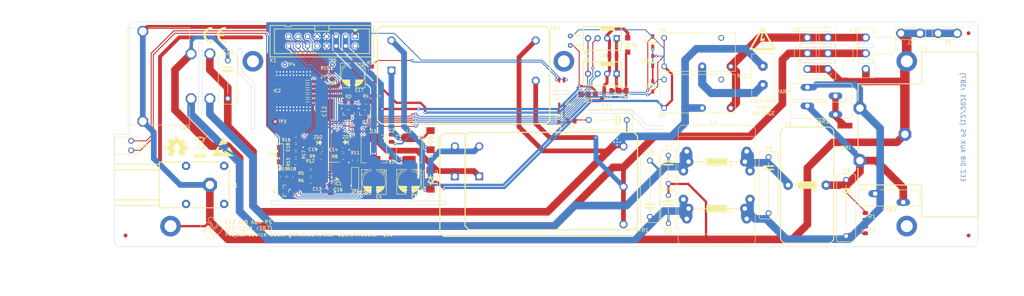
<source format=kicad_pcb>
(kicad_pcb (version 20221018) (generator pcbnew)
  (title_block (title "EEZ DIB AUX-PS") (date "2024-01-02") (rev "r3B7") (company "Envox d.o.o.") (comment 1 "https://www.envox.eu/eez-bb3"))
  (layers (0 "F.Cu" signal) (31 "B.Cu" signal) (34 "B.Paste" user) (35 "F.Paste" user) (36 "B.SilkS" user "B.Silkscreen") (37 "F.SilkS" user "F.Silkscreen") (38 "B.Mask" user) (39 "F.Mask" user) (44 "Edge.Cuts" user))
  (net 0 "")
  (net 1 "/AC input, soft start and bias power/AC_L_IN")
  (net 2 "/AC input, soft start and bias power/AC_N_IN")
  (net 3 "Net-(C6-Pad1)")
  (net 4 "Net-(TR1-+)")
  (net 5 "Net-(TR2-+)")
  (net 6 "/Fan controller, AC freq, standby LED/12V_PWM")
  (net 7 "/Fan controller, AC freq, standby LED/FAN_OUT+")
  (net 8 "/Fan controller, AC freq, standby LED/FAN_OUT-")
  (net 9 "Net-(L4A-2)")
  (net 10 "Net-(C11-Pad2)")
  (net 11 "Net-(IC1-TACH1)")
  (net 12 "Net-(IC1-TACH2)")
  (net 13 "Net-(C18-Pad1)")
  (net 14 "Net-(D3-PadA)")
  (net 15 "Net-(OK1-C)")
  (net 16 "Net-(D3-PadC)")
  (net 17 "SSCL")
  (net 18 "SSDA")
  (net 19 "~{FAULT}")
  (net 22 "/Fan controller, AC freq, standby LED/PWM_OUT")
  (net 23 "Net-(IC1-A0)")
  (net 24 "Net-(IC1-~{SHDN})")
  (net 25 "Net-(IC1-~{FF}{slash}~{FS})")
  (net 26 "Net-(IC2-FB)")
  (net 27 "/AC input, soft start and bias power/AC_L_SS")
  (net 30 "Net-(LED1-PadC)")
  (net 31 "AC_FREQ_OUT")
  (net 32 "Net-(Q1-PadB)")
  (net 33 "Net-(Q2-PadB)")
  (net 34 "Net-(Q3-D)")
  (net 35 "Net-(R1-Pad1)")
  (net 36 "/AC input, soft start and bias power/PWR_SSTART")
  (net 37 "/AC input, soft start and bias power/PWR_DIRECT")
  (net 38 "/Fan controller, AC freq, standby LED/FAN_SENSE1")
  (net 39 "/Fan controller, AC freq, standby LED/FAN_SENSE2")
  (net 40 "Net-(SAR1-P$1)")
  (net 44 "AC_L_OUT")
  (net 45 "AC_N_OUT")
  (net 46 "+5V")
  (net 47 "PE")
  (net 48 "GND")
  (net 49 "+3V3")
  (net 50 "+12V")
  (net 51 "PWR_DIR_OUT")
  (net 52 "Net-(JP3-PadCOM)")
  (net 53 "Net-(SW1-P1)")
  (net 55 "Net-(K1-PadP)")
  (footprint "PCM_EEZ_SMD:SOT23-BEC" (layer "F.Cu") (at 100.1801 99.1896 180)
    (fp_text reference "Q2")
    (fp_text value "MMBT5551")
  )
  (footprint "Capacitor_SMD:C_0603_1608Metric" (layer "F.Cu") (at 94.1476 109.0956)
    (fp_text reference "C14")
    (fp_text value "100n")
  )
  (footprint "Resistor_SMD:R_0805_2012Metric" (layer "F.Cu") (at 81.7016 112.3976 180)
    (fp_text reference "R13")
    (fp_text value "4K7")
  )
  (footprint "Resistor_SMD:R_0805_2012Metric" (layer "F.Cu") (at 97.5131 111.8896 -90)
    (fp_text reference "R11")
    (fp_text value "1K")
  )
  (footprint "PCM_EEZ_passives:C102-054X133" (layer "F.Cu") (at 63.5326 90.3551 -90)
    (fp_text reference "C10")
    (fp_text value "47n/400V (X2)")
  )
  (footprint "PCM_EEZ_SMD:Fiducial" (layer "F.Cu") (at 36.2511 132.0036)
    (fp_text reference "FM2" hide)
    (fp_text value "FIDUCIAL" hide)
  )
  (footprint "Capacitor_SMD:C_0805_2012Metric" (layer "F.Cu") (at 81.7016 108.4606)
    (fp_text reference "C18")
    (fp_text value "1u")
  )
  (footprint "PCM_EEZ_SMD:SOD123" (layer "F.Cu") (at 87.6706 107.1906)
    (fp_text reference "ZD2")
    (fp_text value "N.C.")
  )
  (footprint "PCM_EEZ_connectors:PF0030_PC" (layer "F.Cu") (at 263.7511 105.0036 90)
    (fp_text reference "J4")
    (fp_text value "PF0030/PC")
  )
  (footprint "Capacitor_SMD:C_0805_2012Metric" (layer "F.Cu") (at 166.3471 84.0131)
    (fp_text reference "C19")
    (fp_text value "1u")
  )
  (footprint "PCM_EEZ_passives:VARISTOR_14MM_RM7.5MM" (layer "F.Cu") (at 221.9731 98.5546)
    (fp_text reference "VAR1")
    (fp_text value "ERZE14A431")
  )
  (footprint "Resistor_SMD:R_0805_2012Metric" (layer "F.Cu") (at 81.7016 106.4921 180)
    (fp_text reference "R16")
    (fp_text value "3K3")
  )
  (footprint "Resistor_SMD:R_0805_2012Metric" (layer "F.Cu") (at 85.7021 115.3821 180)
    (fp_text reference "R5")
    (fp_text value "4K7")
  )
  (footprint "PCM_EEZ_THT:Testhole 24_50mils" (layer "F.Cu") (at 76.2 101.6 180)
    (fp_text reference "TP3")
    (fp_text value "PCB_TEST_TABSHIELD")
  )
  (footprint "PCM_EEZ_THT:DF62J12S2" (layer "F.Cu") (at 36.7511 89.5036)
    (fp_text reference "SW1")
    (fp_text value "DF62J12S2AHQA")
    (fp_line (start 19 -9) (end 20 -9) (stroke (width 0.1)) (layer "Edge.Cuts"))
    (fp_line (start 19 9) (end 19 -9) (stroke (width 0.1)) (layer "Edge.Cuts"))
    (fp_line (start 20 -9) (end 20 9) (stroke (width 0.1)) (layer "Edge.Cuts"))
    (fp_line (start 20 9) (end 19 9) (stroke (width 0.1)) (layer "Edge.Cuts"))
  )
  (footprint "Resistor_SMD:R_0805_2012Metric" (layer "F.Cu") (at 89.4486 89.2836 90)
    (fp_text reference "R15")
    (fp_text value "3K3")
  )
  (footprint "PCM_EEZ_THT:IRM-10" (layer "F.Cu") (at 149.479 76.2 180)
    (fp_text reference "TR2")
    (fp_text value "IRM-10-12")
  )
  (footprint "PCM_EEZ_SMD:JP2 shorted" (layer "F.Cu") (at 168.8871 93.3476 180)
    (fp_text reference "JP4")
    (fp_text value "JP2-NOCUT-0805" hide)
  )
  (footprint "PCM_EEZ_passives:COILCRAFT_HPI0630" (layer "F.Cu") (at 102.5296 108.9051 -90)
    (fp_text reference "L1")
    (fp_text value "VLS6045AF-3R3N")
  )
  (footprint "PCM_EEZ_SMD:SOD-323_1P8X1P35_ONS-M" (layer "F.Cu") (at 176.9516 80.2031 90)
    (fp_text reference "D4")
    (fp_text value "BAS316")
  )
  (footprint "PCM_EEZ_SMD:DO214AA" (layer "F.Cu") (at 117.6426 117.0966 -90)
    (fp_text reference "D1")
    (fp_text value "N.C.")
  )
  (footprint "PCM_EEZ_SMD:JP3 shorted" (layer "F.Cu") (at 159.7431 94.3636 180)
    (fp_text reference "JP2")
    (fp_text value "JP3-CUT-0805-ROTATED" hide)
  )
  (footprint "PCM_EEZ_passives:VARISTOR_14MM_RM7.5MM" (layer "F.Cu") (at 221.9731 93.6016 180)
    (fp_text reference "VAR2")
    (fp_text value "ERZE14A431")
  )
  (footprint "Resistor_SMD:R_0805_2012Metric" (layer "F.Cu") (at 100.3706 96.2051 180)
    (fp_text reference "R4")
    (fp_text value "1K")
  )
  (footprint "Resistor_SMD:R_0805_2012Metric" (layer "F.Cu") (at 91.4171 89.2836 90)
    (fp_text reference "R14")
    (fp_text value "39K")
  )
  (footprint "PCM_EEZ_THT:Mounting_hole 3.2_5.5mm" (layer "F.Cu") (at 48.25 129.5)
    (fp_text reference "H1" hide)
    (fp_text value "~" hide)
  )
  (footprint "PCM_EEZ_SMD:JP3 shorted" (layer "F.Cu") (at 97.5131 116.7791 90)
    (fp_text reference "JP1")
    (fp_text value "JP3-CUT-0805-ROTATED" hide)
  )
  (footprint "Resistor_SMD:R_0805_2012Metric" (layer "F.Cu") (at 88.3691 110.8736 180)
    (fp_text reference "R9")
    (fp_text value "N.C.")
  )
  (footprint "Resistor_SMD:R_0805_2012Metric" (layer "F.Cu") (at 85.7021 113.4136 180)
    (fp_text reference "R12")
    (fp_text value "1K")
  )
  (footprint "PCM_EEZ_THT:Mounting_hole 3.2_5.5mm" (layer "F.Cu") (at 244.75 129.5)
    (fp_text reference "H5" hide)
    (fp_text value "~" hide)
  )
  (footprint "PCM_EEZ_passives:BOURNS_2200" (layer "F.Cu") (at 218.1631 118.5571 180)
    (fp_text reference "L3")
    (fp_text value "2200HT-221-V-RC")
  )
  (footprint "PCM_EEZ_THT:PAN_ALQ1XX" (layer "F.Cu") (at 188.8896 94.1731)
    (fp_text reference "K2")
    (fp_text value "ALQ105")
  )
  (footprint "PCM_EEZ_passives:C075-042X103" (layer "F.Cu") (at 181.1426 125.0341 -90)
    (fp_text reference "C8")
    (fp_text value "2n2/Y2")
  )
  (footprint "PCM_EEZ_passives:CAPAE660X610N" (layer "F.Cu") (at 111.9276 117.6681 -90)
    (fp_text reference "C5")
    (fp_text value "EEEFK1V470P")
  )
  (footprint "Resistor_SMD:R_0805_2012Metric" (layer "F.Cu") (at 101.8311 87.8866 90)
    (fp_text reference "R10")
    (fp_text value "N.C.")
  )
  (footprint "PCM_EEZ_passives:C150-054X183" (layer "F.Cu") (at 228.5771 124.6531 -90)
    (fp_text reference "C3")
    (fp_text value "100n/X2")
  )
  (footprint "Resistor_SMD:R_0805_2012Metric" (layer "F.Cu") (at 80.2411 116.2711 -90)
    (fp_text reference "R18")
    (fp_text value "39K")
  )
  (footprint "PCM_EEZ_SMD:DBQ16" (layer "F.Cu") (at 91.9251 114.9376 180)
    (fp_text reference "IC1")
    (fp_text value "MAX31760AEE+")
  )
  (footprint "PCM_EEZ_SMD:Fiducial" (layer "F.Cu") (at 261.2511 132.0036)
    (fp_text reference "FM1" hide)
    (fp_text value "FIDUCIAL" hide)
  )
  (footprint "PCM_EEZ_THT:Testhole 24_50mils" (layer "F.Cu") (at 154.94 81.28)
    (fp_text reference "TP2")
    (fp_text value "PCB_TEST_TABSHIELD")
  )
  (footprint "Resistor_SMD:R_0805_2012Metric" (layer "F.Cu") (at 85.7021 117.3506 180)
    (fp_text reference "R6")
    (fp_text value "N.C.")
  )
  (footprint "PCM_EEZ_passives:CAPAE660X610N" (layer "F.Cu") (at 102.5296 117.7316 -90)
    (fp_text reference "C4")
    (fp_text value "EEEFK1V470P")
  )
  (footprint "PCM_EEZ_THT:PAN_ALQ1XX" (layer "F.Cu") (at 188.8896 83.0606)
    (fp_text reference "K1")
    (fp_text value "ALQ105")
  )
  (footprint "PCM_EEZ_passives:C075-042X103" (layer "F.Cu") (at 181.1426 114.3661 -90)
    (fp_text reference "C7")
    (fp_text value "2n2/Y2")
  )
  (footprint "PCM_EEZ_connectors:ZL231-16PG" (layer "F.Cu") (at 88.646 80.137 180)
    (fp_text reference "X1")
    (fp_text value "DS1013-16SSIB1")
  )
  (footprint "PCM_EEZ_SMD:SOD123" (layer "F.Cu") (at 170.2841 81.1556 -90)
    (fp_text reference "D6")
    (fp_text value "SKL14")
  )
  (footprint "Capacitor_SMD:C_0805_2012Metric" (layer "F.Cu") (at 107.2286 106.0476 -90)
    (fp_text reference "C2")
    (fp_text value "1u")
  )
  (footprint "Resistor_SMD:R_0805_2012Metric" (layer "F.Cu") (at 78.2726 116.2711 -90)
    (fp_text reference "R19")
    (fp_text value "470R")
  )
  (footprint "Capacitor_SMD:C_0805_2012Metric" (layer "F.Cu") (at 164.9501 93.3476)
    (fp_text reference "C20")
    (fp_text value "N.C.")
  )
  (footprint "PCM_EEZ_connectors:22-27-2041 (3-pin only)" (layer "F.Cu") (at 163.5125 79.375)
    (fp_text reference "X4")
    (fp_text value "22-27-2031")
  )
  (footprint "PCM_EEZ_SMD:SOD123" (layer "F.Cu") (at 95.3541 107.1271 180)
    (fp_text reference "ZD3")
    (fp_text value "N.C.")
  )
  (footprint "Resistor_SMD:R_0805_2012Metric" (layer "F.Cu") (at 233.68 130.4925 90)
    (fp_text reference "R2")
    (fp_text value "470K")
  )
  (footprint "Resistor_SMD:R_0805_2012Metric" (layer "F.Cu") (at 94.3381 110.9371)
    (fp_text reference "R8")
    (fp_text value "10R")
  )
  (footprint "PCM_EEZ_SMD:SOIC127P700X210-4N" (layer "F.Cu") (at 152.62225 93.853 90)
    (fp_text reference "OK1")
    (fp_text value "N.C.")
  )
  (footprint "PCM_EEZ_passives:CAPAE660X610N" (layer "F.Cu") (at 96.8781 89.2836 -90)
    (fp_text reference "C17")
    (fp_text value "EEEFK1V470P")
  )
  (footprint "Resistor_SMD:R_0805_2012Metric" (layer "F.Cu") (at 155.194 101.4095 180)
    (fp_text reference "R7")
    (fp_text value "N.C.")
  )
  (footprint "Capacitor_SMD:C_0603_1608Metric" (layer "F.Cu") (at 88.7501 109.0321 180)
    (fp_text reference "C15")
    (fp_text value "N.C.")
  )
  (footprint "PCM_EEZ_connectors:MINIFIT_39301039_CRE" (layer "F.Cu") (at 233.807 83.38312)
    (fp_text reference "X3")
    (fp_text value "39-30-1039")
    (fp_line (start -2 -2.6) (end 2 -2.6) (stroke (width 0.1)) (layer "Edge.Cuts"))
    (fp_line (start -2 -1.6) (end -2 -2.6) (stroke (width 0.1)) (layer "Edge.Cuts"))
    (fp_line (start -2 1.6) (end 2 1.6) (stroke (width 0.1)) (layer "Edge.Cuts"))
    (fp_line (start -2 2.6) (end -2 1.6) (stroke (width 0.1)) (layer "Edge.Cuts"))
    (fp_line (start 2 -2.6) (end 2 -1.6) (stroke (width 0.1)) (layer "Edge.Cuts"))
    (fp_line (start 2 -1.6) (end -2 -1.6) (stroke (width 0.1)) (layer "Edge.Cuts"))
    (fp_line (start 2 1.6) (end 2 2.6) (stroke (width 0.1)) (layer "Edge.Cuts"))
    (fp_line (start 2 2.6) (end -2 2.6) (stroke (width 0.1)) (layer "Edge.Cuts"))
  )
  (footprint "PCM_EEZ_THT:Testhole 24_50mils" (layer "F.Cu") (at 154.94 78.74)
    (fp_text reference "TP1")
    (fp_text value "PCB_TEST_TABSHIELD")
  )
  (footprint "PCM_EEZ_THT:Testhole 24_50mils" (layer "F.Cu") (at 91.44 86.36)
    (fp_text reference "TP5")
    (fp_text value "PCB_TEST_TABSHIELD")
  )
  (footprint "PCM_EEZ_THT:Testhole 24_50mils" (layer "F.Cu") (at 78.74 86.36)
    (fp_text reference "TP4")
    (fp_text value "PCB_TEST_TABSHIELD")
  )
  (footprint "Capacitor_SMD:C_0805_2012Metric" (layer "F.Cu") (at 87.6706 98.8721 -90)
    (fp_text reference "C12")
    (fp_text value "N.C.")
  )
  (footprint "Capacitor_SMD:C_0603_1608Metric" (layer "F.Cu") (at 89.1946 119.5731 90)
    (fp_text reference "C13")
    (fp_text value "100n")
  )
  (footprint "PCM_EEZ_connectors:22-27-2041 (3-pin only)" (layer "F.Cu") (at 163.5125 88.8365)
    (fp_text reference "X5")
    (fp_text value "N.C.")
  )
  (footprint "PCM_EEZ_connectors:1-726388-2" (layer "F.Cu") (at 253.111 78.0415)
    (fp_text reference "J3")
    (fp_text value "1-726388-2")
  )
  (footprint "PCM_EEZ_connectors:SWEB 8094_AU_GN" (layer "F.Cu") (at 58.7511 118.5036 180)
    (fp_text reference "J1")
    (fp_text value "SWEB 8094 AU/GN")
  )
  (footprint "PCM_EEZ_SMD:DO214AA" (layer "F.Cu") (at 117.6426 106.5556 -90)
    (fp_text reference "D2")
    (fp_text value "N.C.")
  )
  (footprint "PCM_EEZ_THT:IRM-10_20_COMBO" (layer "F.Cu") (at 172.8876 104.4601 180)
    (fp_text reference "TR1")
    (fp_text value "IRM-10-5 (optional IRM-20-5)")
  )
  (footprint "PCM_EEZ_unsorted:Hi voltage logo" (layer "F.Cu") (at 206.248 79.4385)
    (fp_text reference "LOGO6" hide)
    (fp_text value "Hi voltage logo" hide)
  )
  (footprint "Resistor_SMD:R_0805_2012Metric" (layer "F.Cu") (at 95.7351 96.2051 180)
    (fp_text reference "R3")
    (fp_text value "1K")
  )
  (footprint "PCM_EEZ_passives:C102-054X133" (layer "F.Cu") (at 164.9501 101.1581 180)
    (fp_text reference "C11")
    (fp_text value "N.C.")
  )
  (footprint "PCM_EEZ_passives:C150-054X183" (layer "F.Cu") (at 207.8761 118.5571 -90)
    (fp_text reference "C6")
    (fp_text value "100n/X2")
  )
  (footprint "PCM_EEZ_passives:C150-054X183" (layer "F.Cu") (at 176.1896 119.5096 90)
    (fp_text reference "C9")
    (fp_text value "100n/X2")
  )
  (footprint "Resistor_SMD:R_0805_2012Metric" (layer "F.Cu") (at 233.68 126.913 90)
    (fp_text reference "R1")
    (fp_text value "470K")
  )
  (footprint "Resistor_SMD:R_0805_2012Metric" (layer "F.Cu") (at 81.7016 110.4291)
    (fp_text reference "R17")
    (fp_text value "1K")
  )
  (footprint "PCM_EEZ_connectors:MINIFIT_5566-06A_CRE" (layer "F.Cu") (at 220.98 83.3755 -90)
    (fp_text reference "X2")
    (fp_text value "39-28-1063")
    (fp_line (start -2.6 -4.6) (end -1.6 -4.6) (stroke (width 0.1)) (layer "Edge.Cuts"))
    (fp_line (start -2.6 4.6) (end -2.6 -4.6) (stroke (width 0.1)) (layer "Edge.Cuts"))
    (fp_line (start -1.6 -4.6) (end -1.6 4.6) (stroke (width 0.1)) (layer "Edge.Cuts"))
    (fp_line (start -1.6 4.6) (end -2.6 4.6) (stroke (width 0.1)) (layer "Edge.Cuts"))
    (fp_line (start 1.6 -4.6) (end 2.6 -4.6) (stroke (width 0.1)) (layer "Edge.Cuts"))
    (fp_line (start 1.6 4.6) (end 1.6 -4.6) (stroke (width 0.1)) (layer "Edge.Cuts"))
    (fp_line (start 2.6 -4.6) (end 2.6 4.6) (stroke (width 0.1)) (layer "Edge.Cuts"))
    (fp_line (start 2.6 4.6) (end 1.6 4.6) (stroke (width 0.1)) (layer "Edge.Cuts"))
  )
  (footprint "Capacitor_SMD:C_0805_2012Metric" (layer "F.Cu") (at 107.2286 110.3021 -90)
    (fp_text reference "C1")
    (fp_text value "1u")
  )
  (footprint "PCM_EEZ_SMD:SOD-323_1P8X1P35_ONS-M" (layer "F.Cu") (at 176.9516 92.2046 -90)
    (fp_text reference "D3")
    (fp_text value "BAS316")
  )
  (footprint "PCM_EEZ_SMD:SOT23-BEC" (layer "F.Cu") (at 95.7351 99.1896 180)
    (fp_text reference "Q1")
    (fp_text value "MMBT5551")
  )
  (footprint "PCM_EEZ_SMD:JP3 shorted" (layer "F.Cu") (at 77.4471 110.4291 90)
    (fp_text reference "JP3")
    (fp_text value "JP3-CUT-0805-ROTATED" hide)
  )
  (footprint "PCM_EEZ_THT:Mounting_hole 3.2_5.5mm" (layer "F.Cu") (at 244.75 85.5)
    (fp_text reference "H2" hide)
    (fp_text value "~" hide)
  )
  (footprint "PCM_EEZ_SMD:SOT103P240X110-3N" (layer "F.Cu") (at 79.0346 120.0811 180)
    (fp_text reference "Q3")
    (fp_text value "2N7002")
  )
  (footprint "PCM_EEZ_passives:VARISTOR_14MM_RM7.5MM" (layer "F.Cu") (at 240.0706 121.9861)
    (fp_text reference "VAR3")
    (fp_text value "ERZE14A431")
  )
  (footprint "PCM_EEZ_unsorted:WEEE logo" (layer "F.Cu") (at 56.133902 108.210928)
    (fp_text reference "LOGO4" hide)
    (fp_text value "WEEE logo" hide)
  )
  (footprint "Capacitor_SMD:C_0805_2012Metric" (layer "F.Cu") (at 91.0361 119.7636 90)
    (fp_text reference "C16")
    (fp_text value "1u")
  )
  (footprint "PCM_EEZ_unsorted:CE logo" (layer "F.Cu") (at 60.0075 78.486)
    (fp_text reference "LOGO1" hide)
    (fp_text value "CR logo" hide)
  )
  (footprint "PCM_EEZ_unsorted:EEZ logo (outline 6mm)" (layer "F.Cu") (at 59.1185 130.059414)
    (fp_text reference "LOGO3" hide)
    (fp_text value "EEZ logo" hide)
  )
  (footprint "PCM_EEZ_unsorted:Open HW logo" (layer "F.Cu") (at 49.911 108.204)
    (fp_text reference "LOGO2" hide)
    (fp_text value "Open HW logo" hide)
  )
  (footprint "PCM_EEZ_unsorted:ESD  logo" (layer "F.Cu") (at 62.357 108.202896)
    (fp_text reference "LOGO5" hide)
    (fp_text value "ESD logo" hide)
  )
  (footprint "PCM_EEZ_SMD:SOD-323_1P8X1P35_ONS-M" (layer "F.Cu") (at 176.9516 85.4101 90)
    (fp_text reference "ZD1")
    (fp_text value "MM3Z18VT1G")
  )
  (footprint "PCM_EEZ_SMD:TO-252-5" (layer "F.Cu") (at 80.4951 93.4746 90)
    (fp_text reference "IC2")
    (fp_text value "BD00FC0W")
  )
  (footprint "PCM_EEZ_SMD:SOD-323_1P8X1P35_ONS-M" (layer "F.Cu") (at 151.892 100.3935 -90)
    (fp_text reference "D5")
    (fp_text value "N.C.")
  )
  (footprint "PCM_EEZ_SMD:Fiducial" (layer "F.Cu") (at 261.2511 78.0036)
    (fp_text reference "FM3" hide)
    (fp_text value "FIDUCIAL" hide)
  )
  (footprint "PCM_EEZ_THT:WP934CB_YD" (layer "F.Cu") (at 37.7511 108.0036)
    (fp_text reference "LED1")
    (fp_text value "WP934CB/YD")
  )
  (footprint "PCM_EEZ_passives:BOURNS_7100_COMBO" (layer "F.Cu") (at 194.0331 118.5571 180)
    (fp_text reference "L4")
    (fp_text value "RN222-4-02-3M3")
  )
  (footprint "PCM_EEZ_THT:Mounting_hole 3.2_5.5mm" (layer "F.Cu") (at 70.25 85.5)
    (fp_text reference "H4" hide)
    (fp_text value "~" hide)
  )
  (footprint "PCM_EEZ_passives:COILCRAFT_HPI0630" (layer "F.Cu") (at 111.9276 108.9051 -90)
    (fp_text reference "L2")
    (fp_text value "VLS6045AF-3R3N")
  )
  (footprint "PCM_EEZ_passives:NTC_11.5X6_RM5" (layer "F.Cu") (at 206.3521 89.2836 -90)
    (fp_text reference "NTC1")
    (fp_text value "B57236S0200M")
  )
  (footprint "PCM_EEZ_connectors:1-726388-2" (layer "F.Cu") (at 243.205 78.0415)
    (fp_text reference "J2")
    (fp_text value "1-726388-2")
  )
  (footprint "PCM_EEZ_THT:Mounting_hole 3.2_5.5mm" (layer "F.Cu") (at 153.25 85.5)
    (fp_text reference "H3" hide)
    (fp_text value "~" hide)
  )
  (footprint "PCM_EEZ_passives:SAR_4.5MM" (layer "F.Cu") (at 228.2596 104.7776 -90)
    (fp_text reference "SAR1")
    (fp_text value "2051-47-SM-RPLF")
  )
  (gr_line (start 45.2526 114.4931) (end 33.4416 114.4931) (stroke (width 0.254)) (layer "F.SilkS"))
  (gr_line (start 45.2526 124.0181) (end 33.4416 124.0181) (stroke (width 0.254)) (layer "F.SilkS"))
  (gr_line (start 45.2526 122.4941) (end 33.4416 122.4941) (stroke (width 0.254)) (layer "F.SilkS"))
  (gr_line (start 45.2526 112.9691) (end 33.4416 112.9691) (stroke (width 0.254)) (layer "F.SilkS"))
  (gr_line (start 75.0976 122.8116) (end 121.7066 122.8116) (stroke (width 0.1016)) (layer "Edge.Cuts"))
  (gr_line (start 67.2511 88.0036) (end 67.2511 82.0036) (stroke (width 0.1016)) (layer "Edge.Cuts"))
  (gr_line (start 179.5551 103.6346) (end 175.0466 103.6346) (stroke (width 0.1016)) (layer "Edge.Cuts"))
  (gr_line (start 263.7511 133.5036) (end 263.7511 76.5036) (stroke (width 0.1)) (layer "Edge.Cuts"))
  (gr_line (start 150.39975 93.345) (end 154.65425 93.345) (stroke (width 0.1016)) (layer "Edge.Cuts"))
  (gr_line (start 70.7511 103.5841) (end 70.7511 91.5036) (stroke (width 0.1016)) (layer "Edge.Cuts"))
  (gr_arc (start 34.7511 135.0036) (mid 33.69044 134.56426) (end 33.2511 133.5036) (stroke (width 0.1)) (layer "Edge.Cuts"))
  (gr_line (start 34.7511 135.0036) (end 262.2511 135.0036) (stroke (width 0.1)) (layer "Edge.Cuts"))
  (gr_line (start 70.7511 91.5036) (end 67.2511 88.0036) (stroke (width 0.1016)) (layer "Edge.Cuts"))
  (gr_line (start 150.39975 93.345) (end 150.39975 94.361) (stroke (width 0.1016)) (layer "Edge.Cuts"))
  (gr_line (start 75.0976 123.8276) (end 121.7066 123.8276) (stroke (width 0.1016)) (layer "Edge.Cuts"))
  (gr_line (start 175.4911 102.6186) (end 179.5551 102.6186) (stroke (width 0.1016)) (layer "Edge.Cuts"))
  (gr_line (start 69.7511 103.5841) (end 70.7511 103.5841) (stroke (width 0.1016)) (layer "Edge.Cuts"))
  (gr_line (start 37.2511 105.0036) (end 37.2511 76.5036) (stroke (width 0.1)) (layer "Edge.Cuts"))
  (gr_line (start 159.9336 99.3801) (end 159.9336 98.3641) (stroke (width 0.1016)) (layer "Edge.Cuts"))
  (gr_arc (start 263.7511 133.5036) (mid 263.31176 134.56426) (end 262.2511 135.0036) (stroke (width 0.1)) (layer "Edge.Cuts"))
  (gr_line (start 179.5551 102.6186) (end 179.5551 103.6346) (stroke (width 0.1016)) (layer "Edge.Cuts"))
  (gr_line (start 66.2511 88.4036) (end 66.2511 82.0036) (stroke (width 0.1016)) (layer "Edge.Cuts"))
  (gr_line (start 69.7511 103.5841) (end 69.7511 91.9036) (stroke (width 0.1016)) (layer "Edge.Cuts"))
  (gr_line (start 170.7921 99.3801) (end 159.9336 99.3801) (stroke (width 0.1016)) (layer "Edge.Cuts"))
  (gr_arc (start 37.2511 76.5036) (mid 37.69044 75.44294) (end 38.7511 75.0036) (stroke (width 0.1)) (layer "Edge.Cuts"))
  (gr_line (start 154.65425 94.361) (end 150.39975 94.361) (stroke (width 0.1016)) (layer "Edge.Cuts"))
  (gr_line (start 171.2366 98.3641) (end 175.4911 102.6186) (stroke (width 0.1016)) (layer "Edge.Cuts"))
  (gr_line (start 154.65425 93.345) (end 154.65425 94.361) (stroke (width 0.1016)) (layer "Edge.Cuts"))
  (gr_line (start 262.2511 75.0036) (end 38.7511 75.0036) (stroke (width 0.1)) (layer "Edge.Cuts"))
  (gr_line (start 33.2511 133.5036) (end 33.2511 105.0036) (stroke (width 0.1)) (layer "Edge.Cuts"))
  (gr_line (start 159.9336 98.3641) (end 171.2366 98.3641) (stroke (width 0.1016)) (layer "Edge.Cuts"))
  (gr_line (start 66.2511 82.0036) (end 67.2511 82.0036) (stroke (width 0.1016)) (layer "Edge.Cuts"))
  (gr_line (start 75.0976 123.8276) (end 75.0976 122.8116) (stroke (width 0.1016)) (layer "Edge.Cuts"))
  (gr_arc (start 262.2511 75.0036) (mid 263.31176 75.44294) (end 263.7511 76.5036) (stroke (width 0.1)) (layer "Edge.Cuts"))
  (gr_line (start 69.7511 91.9036) (end 66.2511 88.4036) (stroke (width 0.1016)) (layer "Edge.Cuts"))
  (gr_line (start 121.7066 123.8276) (end 121.7066 122.8116) (stroke (width 0.1016)) (layer "Edge.Cuts"))
  (gr_line (start 175.0466 103.6346) (end 170.7921 99.3801) (stroke (width 0.1016)) (layer "Edge.Cuts"))
  (gr_line (start 33.2511 105.0036) (end 37.2511 105.0036) (stroke (width 0.1)) (layer "Edge.Cuts"))
  (gr_text "EEZ DIB AUX PS (12/2021 r3B7)" (at 260.4461 88.3946 -90) (layer "B.Cu") (effects (font (size 1.143 1.143) (thickness 0.127)) (justify right top mirror)))
  (gr_text "CAUTION!\nHIGH\nVOLTAGE" (at 206.4385 100.0125) (layer "F.SilkS") (effects (font (size 1.016 1.016) (thickness 0.1524)) (justify bottom)))
  (gr_text "EEZ DIB AUX PS\n(12/2021 r3B7)\nProject source code: github.com/eez-open/modular-psu" (at 62.7151 132.308863) (layer "F.SilkS") (effects (font (size 1.016 1.016) (thickness 0.1524)) (justify left bottom)))
  (segment (start 243.8206 119.2591) (end 243.8206 123.1361) (width 2.032) (layer "F.Cu") (net 1))
  (segment (start 232.2511 115.0101) (end 228.7041 118.5571) (width 2.032) (layer "F.Cu") (net 1))
  (segment (start 228.5771 118.4301) (end 228.7041 118.5571) (width 0.508) (layer "F.Cu") (net 1))
  (segment (start 223.2431 118.5571) (end 228.7041 118.5571) (width 2.032) (layer "F.Cu") (net 1))
  (segment (start 232.2641 112.0166) (end 236.5781 112.0166) (width 2.032) (layer "F.Cu") (net 1))
  (segment (start 233.68 126.0005) (end 233.68 125.603) (width 0.254) (layer "F.Cu") (net 1))
  (segment (start 232.2511 112.0036) (end 232.2641 112.0166) (width 2.032) (layer "F.Cu") (net 1))
  (segment (start 233.68 125.603) (end 228.5771 120.5001) (width 0.254) (layer "F.Cu") (net 1))
  (segment (start 236.5781 112.0166) (end 243.8206 119.2591) (width 2.032) (layer "F.Cu") (net 1))
  (segment (start 228.5771 120.5001) (end 228.5771 117.1601) (width 0.254) (layer "F.Cu") (net 1))
  (segment (start 232.2511 112.0036) (end 232.2511 115.0101) (width 2.032) (layer "F.Cu") (net 1))
  (segment (start 228.5771 117.1601) (end 228.5771 118.4301) (width 0.508) (layer "F.Cu") (net 1))
  (segment (start 218.2831 97.4046) (end 232.2511 111.3726) (width 1.6764) (layer "B.Cu") (net 1))
  (segment (start 232.2511 111.3726) (end 232.2511 112.0036) (width 1.6764) (layer "B.Cu") (net 1))
  (segment (start 229.3182 131.405) (end 228.5771 132.1461) (width 0.254) (layer "F.Cu") (net 2))
  (segment (start 233.68 131.405) (end 229.3182 131.405) (width 0.254) (layer "F.Cu") (net 2))
  (segment (start 237.5236 120.8361) (end 237.6576 120.9701) (width 2.032) (layer "B.Cu") (net 2))
  (segment (start 202.9231 126.6671) (end 202.7126 126.8776) (width 2.032) (layer "B.Cu") (net 2))
  (segment (start 219.8846 92.4516) (end 220.6396 91.6966) (width 1.6764) (layer "B.Cu") (net 2))
  (segment (start 207.1776 127.5741) (end 207.4316 127.3201) (width 0.6096) (layer "B.Cu") (net 2))
  (segment (start 228.5771 132.7811) (end 228.7676 132.9716) (width 0.2032) (layer "B.Cu") (net 2))
  (segment (start 212.5751 132.9716) (end 207.1776 127.5741) (width 2.032) (layer "B.Cu") (net 2))
  (segment (start 201.5331 127.0571) (end 202.0331 127.5571) (width 2.032) (layer "B.Cu") (net 2))
  (segment (start 236.3206 120.8361) (end 237.5236 120.8361) (width 2.032) (layer "B.Cu") (net 2))
  (segment (start 201.5331 124.8071) (end 204.3001 127.5741) (width 2.032) (layer "B.Cu") (net 2))
  (segment (start 228.5771 132.1461) (end 228.5771 132.7811) (width 0.2032) (layer "B.Cu") (net 2))
  (segment (start 202.7126 126.0501) (end 202.7126 126.8776) (width 2.032) (layer "B.Cu") (net 2))
  (segment (start 237.6576 120.9701) (end 237.6576 124.7166) (width 2.032) (layer "B.Cu") (net 2))
  (segment (start 202.9231 122.3671) (end 202.9231 126.6671) (width 2.032) (layer "B.Cu") (net 2))
  (segment (start 231.0536 91.6966) (end 232.2511 92.8941) (width 1.6764) (layer "B.Cu") (net 2))
  (segment (start 229.4026 132.9716) (end 228.7676 132.9716) (width 2.032) (layer "B.Cu") (net 2))
  (segment (start 237.6576 103.4101) (end 232.2511 98.0036) (width 2.032) (layer "B.Cu") (net 2))
  (segment (start 218.2231 92.4516) (end 219.8846 92.4516) (width 1.6764) (layer "B.Cu") (net 2))
  (segment (start 202.7126 126.8776) (end 202.0331 127.5571) (width 2.032) (layer "B.Cu") (net 2))
  (segment (start 207.4316 127.3201) (end 207.8761 126.0501) (width 0.6096) (layer "B.Cu") (net 2))
  (segment (start 201.5331 124.8071) (end 201.5331 127.0571) (width 2.032) (layer "B.Cu") (net 2))
  (segment (start 228.7676 132.9716) (end 212.5751 132.9716) (width 2.032) (layer "B.Cu") (net 2))
  (segment (start 232.2511 92.8941) (end 232.2511 98.0036) (width 1.6764) (layer "B.Cu") (net 2))
  (segment (start 220.6396 91.6966) (end 231.0536 91.6966) (width 1.6764) (layer "B.Cu") (net 2))
  (segment (start 237.6576 103.4101) (end 237.6576 120.9701) (width 2.032) (layer "B.Cu") (net 2))
  (segment (start 204.3001 127.5741) (end 207.1776 127.5741) (width 2.032) (layer "B.Cu") (net 2))
  (segment (start 229.4026 132.9716) (end 237.6576 124.7166) (width 2.032) (layer "B.Cu") (net 2))
  (segment (start 202.9231 110.8536) (end 202.7126 111.0641) (width 2.032) (layer "B.Cu") (net 3))
  (segment (start 213.0831 118.0491) (end 207.6221 112.5881) (width 2.032) (layer "B.Cu") (net 3))
  (segment (start 213.0831 118.5571) (end 213.0831 118.0491) (width 2.032) (layer "B.Cu") (net 3))
  (segment (start 202.9231 110.4471) (end 202.9231 110.8536) (width 2.032) (layer "B.Cu") (net 3))
  (segment (start 201.5331 112.3071) (end 201.5331 110.0571) (width 2.032) (layer "B.Cu") (net 3))
  (segment (start 203.6216 111.9731) (end 203.6216 112.5881) (width 0.6096) (layer "B.Cu") (net 3))
  (segment (start 207.4951 111.1276) (end 207.4951 112.5881) (width 0.6096) (layer "B.Cu") (net 3))
  (segment (start 202.7126 111.0641) (end 203.6216 111.9731) (width 0.6096) (layer "B.Cu") (net 3))
  (segment (start 202.9231 110.4471) (end 202.0331 109.5571) (width 2.032) (layer "B.Cu") (net 3))
  (segment (start 207.6221 112.5881) (end 207.4951 112.5881) (width 2.032) (layer "B.Cu") (net 3))
  (segment (start 207.8761 111.0641) (end 207.4951 111.1276) (width 0.6096) (layer "B.Cu") (net 3))
  (segment (start 207.4951 112.5881) (end 203.6216 112.5881) (width 2.032) (layer "B.Cu") (net 3))
  (segment (start 201.5331 110.0571) (end 202.0331 109.5571) (width 2.032) (layer "B.Cu") (net 3))
  (segment (start 202.9231 114.7471) (end 202.9231 110.8536) (width 2.032) (layer "B.Cu") (net 3))
  (segment (start 119.8096 114.5466) (end 119.3026 114.5476) (width 0.6096) (layer "F.Cu") (net 4))
  (segment (start 105.9766 109.3521) (end 107.2286 109.3521) (width 1.524) (layer "F.Cu") (net 4))
  (segment (start 129.2381 114.8106) (end 123.9291 114.8106) (width 1.524) (layer "F.Cu") (net 4))
  (segment (start 117.6426 114.5466) (end 119.8096 114.5466) (width 0.6096) (layer "F.Cu") (net 4))
  (segment (start 114.1071 109.3521) (end 119.3026 114.5476) (width 1.524) (layer "F.Cu") (net 4))
  (segment (start 102.5296 105.9051) (end 105.9766 109.3521) (width 1.524) (layer "F.Cu") (net 4))
  (segment (start 107.2286 109.3521) (end 114.1071 109.3521) (width 1.524) (layer "F.Cu") (net 4))
  (segment (start 123.9291 114.8106) (end 120.0736 114.8106) (width 1.524) (layer "F.Cu") (net 4))
  (segment (start 124.1376 116.2101) (end 124.1376 115.0191) (width 1.524) (layer "F.Cu") (net 4))
  (segment (start 129.2381 114.8106) (end 130.6376 116.2101) (width 1.524) (layer "F.Cu") (net 4))
  (segment (start 124.1376 115.0191) (end 123.9291 114.8106) (width 1.524) (layer "F.Cu") (net 4))
  (segment (start 109.5781 105.9531) (end 109.6261 105.9051) (width 0.254) (layer "F.Cu") (net 5))
  (segment (start 111.9431 105.9206) (end 111.9276 105.9051) (width 1.524) (layer "F.Cu") (net 5))
  (segment (start 111.9431 105.9206) (end 115.7276 105.9206) (width 0.6096) (layer "F.Cu") (net 5))
  (segment (start 109.5781 106.2381) (end 109.5781 105.9531) (width 0.254) (layer "F.Cu") (net 5))
  (segment (start 111.9276 105.9051) (end 109.6261 105.9051) (width 1.524) (layer "F.Cu") (net 5))
  (segment (start 115.7276 105.9206) (end 117.6426 104.0056) (width 0.6096) (layer "F.Cu") (net 5))
  (segment (start 107.2286 105.0976) (end 108.4376 105.0976) (width 0.6096) (layer "F.Cu") (net 5))
  (segment (start 108.4376 105.0976) (end 109.5781 106.2381) (width 0.6096) (layer "F.Cu") (net 5))
  (via (at 109.5781 106.2381) (size 0.8064) (drill 0.4) (layers "F.Cu" "B.Cu") (net 5))
  (via (at 109.5781 105.5396) (size 0.8064) (drill 0.4) (layers "F.Cu" "B.Cu") (net 5))
  (segment (start 109.5781 106.2381) (end 109.5781 105.5396) (width 0.254) (layer "B.Cu") (net 5))
  (segment (start 109.1336 105.8571) (end 109.1971 105.8571) (width 0.254) (layer "B.Cu") (net 5))
  (segment (start 109.1971 105.8571) (end 109.5781 106.2381) (width 0.254) (layer "B.Cu") (net 5))
  (segment (start 107.2061 87.9526) (end 107.2061 103.9296) (width 1.524) (layer "B.Cu") (net 5))
  (segment (start 107.2061 103.9296) (end 109.1336 105.8571) (width 1.524) (layer "B.Cu") (net 5))
  (segment (start 157.8431 94.3636) (end 157.8381 93.2206) (width 0.6096) (layer "F.Cu") (net 6))
  (segment (start 96.7511 88.2041) (end 96.7511 86.9976) (width 0.4064) (layer "F.Cu") (net 6))
  (segment (start 116.1821 99.1896) (end 116.1821 97.7926) (width 0.6096) (layer "F.Cu") (net 6))
  (segment (start 97.1321 88.2041) (end 96.7511 88.2041) (width 0.6096) (layer "F.Cu") (net 6))
  (segment (start 108.5621 96.5861) (end 103.1011 91.1251) (width 0.6096) (layer "F.Cu") (net 6))
  (segment (start 96.7511 86.9976) (end 96.8781 86.8706) (width 0.4064) (layer "F.Cu") (net 6))
  (segment (start 91.4806 92.2046) (end 92.7506 92.2046) (width 1.016) (layer "F.Cu") (net 6))
  (segment (start 91.4171 90.2336) (end 91.4171 92.1411) (width 0.254) (layer "F.Cu") (net 6))
  (segment (start 100.0531 91.1251) (end 97.1321 88.2041) (width 0.6096) (layer "F.Cu") (net 6))
  (segment (start 88.6231 92.2046) (end 86.9086 92.2046) (width 0.7112) (layer "F.Cu") (net 6))
  (segment (start 91.4171 92.1411) (end 91.3536 92.2046) (width 0.254) (layer "F.Cu") (net 6))
  (segment (start 91.3536 92.2046) (end 88.6231 92.2046) (width 1.016) (layer "F.Cu") (net 6))
  (segment (start 114.9756 96.5861) (end 108.5621 96.5861) (width 0.6096) (layer "F.Cu") (net 6))
  (segment (start 103.1011 91.1251) (end 100.0531 91.1251) (width 0.6096) (layer "F.Cu") (net 6))
  (segment (start 116.1821 97.7926) (end 114.9756 96.5861) (width 0.6096) (layer "F.Cu") (net 6))
  (segment (start 91.4806 92.2046) (end 91.3536 92.2046) (width 1.016) (layer "F.Cu") (net 6))
  (segment (start 92.7506 92.2046) (end 96.7511 88.2041) (width 1.016) (layer "F.Cu") (net 6))
  (segment (start 91.4171 92.2681) (end 91.4806 92.2046) (width 0.254) (layer "F.Cu") (net 6))
  (via (at 157.8381 93.2206) (size 0.8064) (drill 0.4) (layers "F.Cu" "B.Cu") (net 6))
  (via (at 116.1821 99.1896) (size 0.8064) (drill 0.4) (layers "F.Cu" "B.Cu") (net 6))
  (segment (start 157.8381 93.3476) (end 157.8381 93.2206) (width 0.6096) (layer "B.Cu") (net 6))
  (segment (start 151.9961 99.1896) (end 116.1821 99.1896) (width 0.6096) (layer "B.Cu") (net 6))
  (segment (start 151.9961 99.1896) (end 157.8381 93.3476) (width 0.6096) (layer "B.Cu") (net 6))
  (segment (start 163.9976 93.3501) (end 164.0001 93.3476) (width 0.8128) (layer "F.Cu") (net 7))
  (segment (start 170.2841 77.9171) (end 169.2681 76.9011) (width 0.8128) (layer "F.Cu") (net 7))
  (segment (start 165.3971 79.8881) (end 164.7596 79.2506) (width 0.8128) (layer "F.Cu") (net 7))
  (segment (start 166.4106 76.9011) (end 164.7596 78.5521) (width 0.8128) (layer "F.Cu") (net 7))
  (segment (start 163.9976 92.0141) (end 164.7596 91.2521) (width 0.8128) (layer "F.Cu") (net 7))
  (segment (start 162.9181 96.0146) (end 160.2511 96.0146) (width 0.8128) (layer "F.Cu") (net 7))
  (segment (start 170.2841 79.2556) (end 170.2841 77.9171) (width 0.8128) (layer "F.Cu") (net 7))
  (segment (start 163.9976 93.3451) (end 164.0001 93.3476) (width 0.8128) (layer "F.Cu") (net 7))
  (segment (start 169.2681 76.9011) (end 166.4106 76.9011) (width 0.8128) (layer "F.Cu") (net 7))
  (segment (start 165.3971 88.1381) (end 164.7596 88.7756) (width 0.8128) (layer "F.Cu") (net 7))
  (segment (start 165.3971 84.0131) (end 165.3971 88.1381) (width 0.8128) (layer "F.Cu") (net 7))
  (segment (start 164.7596 88.7756) (end 164.7596 91.2521) (width 0.8128) (layer "F.Cu") (net 7))
  (segment (start 160.2511 96.0146) (end 159.7431 95.5066) (width 0.8128) (layer "F.Cu") (net 7))
  (segment (start 165.3971 84.0131) (end 165.3971 79.8881) (width 0.8128) (layer "F.Cu") (net 7))
  (segment (start 163.9976 94.9351) (end 163.9976 93.3501) (width 0.8128) (layer "F.Cu") (net 7))
  (segment (start 164.7596 78.5521) (end 164.7596 79.2506) (width 0.8128) (layer "F.Cu") (net 7))
  (segment (start 163.9976 93.3451) (end 163.9976 92.0141) (width 0.8128) (layer "F.Cu") (net 7))
  (segment (start 162.9181 96.0146) (end 163.9976 94.9351) (width 0.8128) (layer "F.Cu") (net 7))
  (segment (start 159.7431 95.5066) (end 159.7431 94.3636) (width 0.8128) (layer "F.Cu") (net 7))
  (segment (start 167.4266 93.3476) (end 165.9001 93.3476) (width 0.8128) (layer "F.Cu") (net 8))
  (segment (start 167.2971 79.2531) (end 167.2996 79.2506) (width 0.8128) (layer "F.Cu") (net 8))
  (segment (start 167.2996 88.7756) (end 167.2996 84.0156) (width 0.8128) (layer "F.Cu") (net 8))
  (segment (start 167.2996 84.0156) (end 167.2971 84.0131) (width 0.8128) (layer "F.Cu") (net 8))
  (segment (start 167.2971 84.0131) (end 167.2971 79.2531) (width 0.8128) (layer "F.Cu") (net 8))
  (segment (start 167.2996 88.7756) (end 167.2996 93.2206) (width 0.8128) (layer "F.Cu") (net 8))
  (segment (start 167.2996 93.2206) (end 167.4266 93.3476) (width 0.8128) (layer "F.Cu") (net 8))
  (segment (start 167.9371 93.3476) (end 167.4266 93.3476) (width 0.8128) (layer "F.Cu") (net 8))
  (segment (start 165.9026 93.3451) (end 165.9001 93.3476) (width 0.8128) (layer "F.Cu") (net 8))
  (segment (start 53.7511 99.6236) (end 66.7156 112.5881) (width 2.032) (layer "B.Cu") (net 9))
  (segment (start 181.2696 125.4786) (end 185.8616 125.4786) (width 2.032) (layer "B.Cu") (net 9))
  (segment (start 176.15785 129.19335) (end 172.3161 133.0351) (width 2.032) (layer "B.Cu") (net 9))
  (segment (start 176.1896 127.0026) (end 175.8213 127.0026) (width 0.254) (layer "B.Cu") (net 9))
  (segment (start 181.1426 128.8441) (end 181.1426 125.6056) (width 0.6096) (layer "B.Cu") (net 9))
  (segment (start 179.8726 125.4786) (end 176.15785 129.19335) (width 2.032) (layer "B.Cu") (net 9))
  (segment (start 185.1431 122.3671) (end 185.1431 126.6671) (width 2.032) (layer "B.Cu") (net 9))
  (segment (start 176.1896 127.0026) (end 175.9356 129.19335) (width 0.6096) (layer "B.Cu") (net 9))
  (segment (start 185.6511 127.1931) (end 185.6601 127.1841) (width 2.032) (layer "B.Cu") (net 9))
  (segment (start 66.7156 125.6056) (end 66.7156 112.5881) (width 2.032) (layer "B.Cu") (net 9))
  (segment (start 181.1426 125.6056) (end 181.2696 125.4786) (width 0.6096) (layer "B.Cu") (net 9))
  (segment (start 185.6601 127.1841) (end 186.0331 127.5571) (width 2.032) (layer "B.Cu") (net 9))
  (segment (start 181.2696 125.4786) (end 179.8726 125.4786) (width 2.032) (layer "B.Cu") (net 9))
  (segment (start 185.1431 126.6671) (end 185.6601 127.1841) (width 2.032) (layer "B.Cu") (net 9))
  (segment (start 185.8616 125.4786) (end 186.5331 124.8071) (width 2.032) (layer "B.Cu") (net 9))
  (segment (start 186.5331 124.8071) (end 186.5331 127.0571) (width 2.032) (layer "B.Cu") (net 9))
  (segment (start 53.7511 95.5036) (end 53.7511 99.6236) (width 2.032) (layer "B.Cu") (net 9))
  (segment (start 186.5331 127.0571) (end 186.0331 127.5571) (width 2.032) (layer "B.Cu") (net 9))
  (segment (start 74.1451 133.0351) (end 172.3161 133.0351) (width 2.032) (layer "B.Cu") (net 9))
  (segment (start 74.1451 133.0351) (end 66.7156 125.6056) (width 2.032) (layer "B.Cu") (net 9))
  (segment (start 175.9356 129.19335) (end 176.15785 129.19335) (width 0.6096) (layer "B.Cu") (net 9))
  (segment (start 156.3579 101.1581) (end 156.1065 101.4095) (width 0.254) (layer "F.Cu") (net 10))
  (segment (start 159.8701 101.1581) (end 156.3579 101.1581) (width 0.254) (layer "F.Cu") (net 10))
  (segment (start 92.8776 113.0961) (end 92.8776 111.4476) (width 0.254) (layer "F.Cu") (net 11))
  (segment (start 94.4778 113.3501) (end 93.1316 113.3501) (width 0.254) (layer "F.Cu") (net 11))
  (segment (start 93.2976 110.8466) (end 93.3881 110.9371) (width 0.254) (layer "F.Cu") (net 11))
  (segment (start 93.1316 113.3501) (end 92.8776 113.0961) (width 0.254) (layer "F.Cu") (net 11))
  (segment (start 92.8776 111.4476) (end 93.3881 110.9371) (width 0.254) (layer "F.Cu") (net 11))
  (segment (start 93.2976 109.0956) (end 93.2976 110.8466) (width 0.254) (layer "F.Cu") (net 11))
  (segment (start 89.3191 109.3131) (end 89.6001 109.0321) (width 0.254) (layer "F.Cu") (net 12))
  (segment (start 89.3724 112.7151) (end 89.3724 110.9269) (width 0.254) (layer "F.Cu") (net 12))
  (segment (start 89.3724 110.9269) (end 89.3191 110.8736) (width 0.254) (layer "F.Cu") (net 12))
  (segment (start 89.3191 110.8736) (end 89.3191 109.3131) (width 0.254) (layer "F.Cu") (net 12))
  (segment (start 80.7516 106.4921) (end 80.7516 108.4606) (width 0.254) (layer "F.Cu") (net 13))
  (segment (start 80.6831 108.5291) (end 80.7516 108.4606) (width 0.254) (layer "F.Cu") (net 13))
  (segment (start 77.4471 108.5291) (end 80.6831 108.5291) (width 0.254) (layer "F.Cu") (net 13))
  (segment (start 96.0321 100.5866) (end 96.5606 100.5866) (width 0.254) (layer "F.Cu") (net 14))
  (segment (start 101.8946 104.2061) (end 95.9256 104.2061) (width 0.254) (layer "F.Cu") (net 14))
  (segment (start 175.6181 94.4271) (end 176.0291 94.4271) (width 0.254) (layer "F.Cu") (net 14))
  (segment (start 176.9516 93.5046) (end 178.2851 92.1711) (width 0.254) (layer "F.Cu") (net 14))
  (segment (start 103.2281 102.8726) (end 101.8946 104.2061) (width 0.254) (layer "F.Cu") (net 14))
  (segment (start 176.0291 94.4271) (end 176.9516 93.5046) (width 0.254) (layer "F.Cu") (net 14))
  (segment (start 95.7351 100.2896) (end 96.0321 100.5866) (width 0.254) (layer "F.Cu") (net 14))
  (segment (start 179.9996 84.1401) (end 178.2851 85.8546) (width 0.254) (layer "F.Cu") (net 14))
  (segment (start 179.9996 79.2506) (end 179.9996 84.1401) (width 0.254) (layer "F.Cu") (net 14))
  (segment (start 113.7056 102.8726) (end 103.2281 102.8726) (width 0.254) (layer "F.Cu") (net 14))
  (segment (start 178.2851 85.8546) (end 178.2851 92.1711) (width 0.254) (layer "F.Cu") (net 14))
  (via (at 175.6181 94.4271) (size 0.8064) (drill 0.4) (layers "F.Cu" "B.Cu") (net 14))
  (via (at 95.9256 104.2061) (size 0.8064) (drill 0.4) (layers "F.Cu" "B.Cu") (net 14))
  (via (at 113.7056 102.8726) (size 0.8064) (drill 0.4) (layers "F.Cu" "B.Cu") (net 14))
  (via (at 96.5606 100.5866) (size 0.8064) (drill 0.4) (layers "F.Cu" "B.Cu") (net 14))
  (segment (start 152.4406 102.2376) (end 160.3781 94.3001) (width 0.254) (layer "B.Cu") (net 14))
  (segment (start 152.4406 102.2376) (end 114.5311 102.2376) (width 0.254) (layer "B.Cu") (net 14))
  (segment (start 160.3781 94.3001) (end 175.4911 94.3001) (width 0.254) (layer "B.Cu") (net 14))
  (segment (start 95.9256 101.2216) (end 95.9256 104.2061) (width 0.254) (layer "B.Cu") (net 14))
  (segment (start 113.8961 102.8726) (end 114.5311 102.2376) (width 0.254) (layer "B.Cu") (net 14))
  (segment (start 113.7056 102.8726) (end 113.8961 102.8726) (width 0.254) (layer "B.Cu") (net 14))
  (segment (start 96.5606 100.5866) (end 95.9256 101.2216) (width 0.254) (layer "B.Cu") (net 14))
  (segment (start 175.4911 94.3001) (end 175.6181 94.4271) (width 0.254) (layer "B.Cu") (net 14))
  (segment (start 153.9386 101.7524) (end 154.2815 101.4095) (width 0.254) (layer "F.Cu") (net 15))
  (segment (start 153.25725 100.38525) (end 154.2815 101.4095) (width 0.254) (layer "F.Cu") (net 15))
  (segment (start 153.25725 97.253) (end 153.25725 100.38525) (width 0.254) (layer "F.Cu") (net 15))
  (segment (start 151.892 101.7524) (end 153.9386 101.7524) (width 0.254) (layer "F.Cu") (net 15))
  (segment (start 176.9516 81.5031) (end 176.9516 82.3621) (width 0.254) (layer "F.Cu") (net 16))
  (segment (start 176.9516 86.7101) (end 176.9516 90.9046) (width 0.4064) (layer "F.Cu") (net 16))
  (segment (start 176.9516 85.9181) (end 176.9516 86.7101) (width 0.254) (layer "F.Cu") (net 16))
  (via (at 176.9516 82.3621) (size 0.8064) (drill 0.4) (layers "F.Cu" "B.Cu") (net 16))
  (via (at 176.9516 85.9181) (size 0.8064) (drill 0.4) (layers "F.Cu" "B.Cu") (net 16))
  (segment (start 176.9516 82.3621) (end 176.9516 85.9181) (width 0.254) (layer "B.Cu") (net 16))
  (segment (start 93.5126 102.8091) (end 93.5126 103.8886) (width 0.254) (layer "F.Cu") (net 17))
  (segment (start 91.8616 115.2551) (end 91.8616 105.5396) (width 0.254) (layer "F.Cu") (net 17))
  (segment (start 91.8616 105.5396) (end 93.5126 103.8886) (width 0.254) (layer "F.Cu") (net 17))
  (segment (start 89.3724 116.5251) (end 90.5916 116.5251) (width 0.254) (layer "F.Cu") (net 17))
  (segment (start 90.5916 116.5251) (end 91.8616 115.2551) (width 0.254) (layer "F.Cu") (net 17))
  (via (at 93.5126 102.8091) (size 0.8064) (drill 0.4) (layers "F.Cu" "B.Cu") (net 17))
  (segment (start 86.5911 84.7751) (end 92.5601 90.7441) (width 0.254) (layer "B.Cu") (net 17))
  (segment (start 86.3371 84.7751) (end 86.5911 84.7751) (width 0.254) (layer "B.Cu") (net 17))
  (segment (start 82.2731 78.8696) (end 82.1461 78.8696) (width 0.254) (layer "B.Cu") (net 17))
  (segment (start 93.5126 102.8091) (end 93.5126 102.6186) (width 0.254) (layer "B.Cu") (net 17))
  (segment (start 86.3371 84.7751) (end 83.5431 81.9811) (width 0.254) (layer "B.Cu") (net 17))
  (segment (start 92.5601 101.6661) (end 92.5601 90.7441) (width 0.254) (layer "B.Cu") (net 17))
  (segment (start 83.5431 81.9811) (end 83.5431 80.1396) (width 0.254) (layer "B.Cu") (net 17))
  (segment (start 92.5601 101.6661) (end 93.5126 102.6186) (width 0.254) (layer "B.Cu") (net 17))
  (segment (start 82.2731 78.8696) (end 83.5431 80.1396) (width 0.254) (layer "B.Cu") (net 17))
  (segment (start 90.4646 115.8901) (end 91.3536 115.0011) (width 0.254) (layer "F.Cu") (net 18))
  (segment (start 91.3536 104.9046) (end 92.6871 103.5711) (width 0.254) (layer "F.Cu") (net 18))
  (segment (start 89.3724 115.8901) (end 90.4646 115.8901) (width 0.254) (layer "F.Cu") (net 18))
  (segment (start 91.3536 115.0011) (end 91.3536 104.9046) (width 0.254) (layer "F.Cu") (net 18))
  (via (at 92.6871 103.5711) (size 0.8064) (drill 0.4) (layers "F.Cu" "B.Cu") (net 18))
  (segment (start 82.2731 81.9811) (end 85.5751 85.2831) (width 0.254) (layer "B.Cu") (net 18))
  (segment (start 92.0521 101.9201) (end 92.0521 90.9981) (width 0.254) (layer "B.Cu") (net 18))
  (segment (start 92.0521 101.9201) (end 92.6871 102.5551) (width 0.254) (layer "B.Cu") (net 18))
  (segment (start 92.6871 103.5711) (end 92.6871 102.5551) (width 0.254) (layer "B.Cu") (net 18))
  (segment (start 86.3371 85.2831) (end 92.0521 90.9981) (width 0.254) (layer "B.Cu") (net 18))
  (segment (start 82.2731 81.4096) (end 82.2731 81.9811) (width 0.254) (layer "B.Cu") (net 18))
  (segment (start 85.5751 85.2831) (end 86.3371 85.2831) (width 0.254) (layer "B.Cu") (net 18))
  (segment (start 90.8456 103.8886) (end 91.8616 102.8726) (width 0.254) (layer "F.Cu") (net 19))
  (segment (start 90.8456 114.7471) (end 90.8456 103.8886) (width 0.254) (layer "F.Cu") (net 19))
  (segment (start 89.3724 115.2551) (end 90.3376 115.2551) (width 0.254) (layer "F.Cu") (net 19))
  (segment (start 90.3376 115.2551) (end 90.8456 114.7471) (width 0.254) (layer "F.Cu") (net 19))
  (via (at 91.8616 102.8726) (size 0.8064) (drill 0.4) (layers "F.Cu" "B.Cu") (net 19))
  (segment (start 81.0031 81.9176) (end 81.0031 80.1396) (width 0.254) (layer "B.Cu") (net 19))
  (segment (start 91.5441 91.2521) (end 91.5441 102.5551) (width 0.254) (layer "B.Cu") (net 19))
  (segment (start 84.8766 85.7911) (end 81.0031 81.9176) (width 0.254) (layer "B.Cu") (net 19))
  (segment (start 91.5441 102.5551) (end 91.8616 102.8726) (width 0.254) (layer "B.Cu") (net 19))
  (segment (start 84.8766 85.7911) (end 86.0831 85.7911) (width 0.254) (layer "B.Cu") (net 19))
  (segment (start 79.7331 78.8696) (end 81.0031 80.1396) (width 0.254) (layer "B.Cu") (net 19))
  (segment (start 86.0831 85.7911) (end 91.5441 91.2521) (width 0.254) (layer "B.Cu") (net 19))
  (segment (start 159.6796 79.2506) (end 159.6796 88.7756) (width 0.254) (layer "F.Cu") (net 22))
  (segment (start 112.7531 99.5706) (end 112.1181 100.2056) (width 0.254) (layer "F.Cu") (net 22))
  (segment (start 93.0046 113.9851) (end 92.3696 113.3501) (width 0.254) (layer "F.Cu") (net 22))
  (segment (start 92.3696 113.3501) (end 92.3696 105.7936) (width 0.254) (layer "F.Cu") (net 22))
  (segment (start 101.0056 101.5391) (end 94.8461 101.5391) (width 0.254) (layer "F.Cu") (net 22))
  (segment (start 94.8461 101.8566) (end 94.8461 101.5391) (width 0.254) (layer "F.Cu") (net 22))
  (segment (start 84.6226 106.3651) (end 86.1466 104.8411) (width 0.254) (layer "F.Cu") (net 22))
  (segment (start 112.1181 100.2056) (end 102.3391 100.2056) (width 0.254) (layer "F.Cu") (net 22))
  (segment (start 84.6226 109.4766) (end 84.6226 106.3651) (width 0.254) (layer "F.Cu") (net 22))
  (segment (start 84.6226 109.4766) (end 83.6701 110.4291) (width 0.254) (layer "F.Cu") (net 22))
  (segment (start 87.8611 104.8411) (end 91.1631 101.5391) (width 0.254) (layer "F.Cu") (net 22))
  (segment (start 113.7056 99.5706) (end 112.7531 99.5706) (width 0.254) (layer "F.Cu") (net 22))
  (segment (start 94.4778 113.9851) (end 93.0046 113.9851) (width 0.254) (layer "F.Cu") (net 22))
  (segment (start 82.6516 110.4291) (end 82.6516 112.3976) (width 0.254) (layer "F.Cu") (net 22))
  (segment (start 94.8461 103.7616) (end 94.4016 103.7616) (width 0.254) (layer "F.Cu") (net 22))
  (segment (start 94.8461 101.5391) (end 91.1631 101.5391) (width 0.254) (layer "F.Cu") (net 22))
  (segment (start 102.3391 100.2056) (end 101.0056 101.5391) (width 0.254) (layer "F.Cu") (net 22))
  (segment (start 94.4016 103.7616) (end 92.3696 105.7936) (width 0.254) (layer "F.Cu") (net 22))
  (segment (start 83.6701 110.4291) (end 82.6516 110.4291) (width 0.254) (layer "F.Cu") (net 22))
  (segment (start 86.1466 104.8411) (end 87.8611 104.8411) (width 0.254) (layer "F.Cu") (net 22))
  (via (at 94.8461 103.7616) (size 0.8064) (drill 0.4) (layers "F.Cu" "B.Cu") (net 22))
  (via (at 94.8461 101.8566) (size 0.8064) (drill 0.4) (layers "F.Cu" "B.Cu") (net 22))
  (via (at 113.7056 99.5706) (size 0.8064) (drill 0.4) (layers "F.Cu" "B.Cu") (net 22))
  (segment (start 151.8818 100.2056) (end 114.5946 100.2056) (width 0.254) (layer "B.Cu") (net 22))
  (segment (start 113.7056 99.5706) (end 113.9596 99.5706) (width 0.254) (layer "B.Cu") (net 22))
  (segment (start 151.8818 100.2056) (end 159.5526 92.5348) (width 0.254) (layer "B.Cu") (net 22))
  (segment (start 159.5526 88.9026) (end 159.5526 92.5348) (width 0.254) (layer "B.Cu") (net 22))
  (segment (start 113.9596 99.5706) (end 114.5946 100.2056) (width 0.254) (layer "B.Cu") (net 22))
  (segment (start 94.8461 103.7616) (end 94.8461 101.8566) (width 0.254) (layer "B.Cu") (net 22))
  (segment (start 159.6796 88.7756) (end 159.5526 88.9026) (width 0.254) (layer "B.Cu") (net 22))
  (segment (start 96.5606 116.7791) (end 97.5131 116.7791) (width 0.254) (layer "F.Cu") (net 23))
  (segment (start 94.4778 115.8901) (end 95.6716 115.8901) (width 0.254) (layer "F.Cu") (net 23))
  (segment (start 95.6716 115.8901) (end 96.5606 116.7791) (width 0.254) (layer "F.Cu") (net 23))
  (segment (start 88.0516 113.9851) (end 86.6546 115.3821) (width 0.254) (layer "F.Cu") (net 24))
  (segment (start 89.3724 113.9851) (end 88.0516 113.9851) (width 0.254) (layer "F.Cu") (net 24))
  (segment (start 86.6521 115.3821) (end 86.6546 115.3821) (width 0.254) (layer "F.Cu") (net 24))
  (segment (start 89.3724 114.6201) (end 88.1786 114.6201) (width 0.254) (layer "F.Cu") (net 25))
  (segment (start 88.1786 114.6201) (end 87.8611 114.9376) (width 0.254) (layer "F.Cu") (net 25))
  (segment (start 87.8611 116.6521) (end 87.1626 117.3506) (width 0.254) (layer "F.Cu") (net 25))
  (segment (start 87.8611 114.9376) (end 87.8611 116.6521) (width 0.254) (layer "F.Cu") (net 25))
  (segment (start 87.1626 117.3506) (end 86.6521 117.3506) (width 0.254) (layer "F.Cu") (net 25))
  (segment (start 82.6516 106.4921) (end 82.8446 106.4921) (width 0.254) (layer "F.Cu") (net 26))
  (segment (start 88.7476 90.9346) (end 89.4486 90.2336) (width 0.254) (layer "F.Cu") (net 26))
  (segment (start 86.4641 90.2996) (end 86.4641 90.4901) (width 0.254) (layer "F.Cu") (net 26))
  (segment (start 91.3486 88.3336) (end 89.4486 90.2336) (width 0.254) (layer "F.Cu") (net 26))
  (segment (start 86.8451 91.0616) (end 86.9086 90.9346) (width 0.254) (layer "F.Cu") (net 26))
  (segment (start 82.8446 106.4921) (end 83.8606 105.4761) (width 0.254) (layer "F.Cu") (net 26))
  (segment (start 82.6516 106.4921) (end 82.6516 106.3676) (width 0.254) (layer "F.Cu") (net 26))
  (segment (start 86.4641 90.4901) (end 86.9086 90.9346) (width 0.254) (layer "F.Cu") (net 26))
  (segment (start 86.9086 90.9346) (end 88.7476 90.9346) (width 0.254) (layer "F.Cu") (net 26))
  (segment (start 91.4171 88.3336) (end 91.3486 88.3336) (width 0.254) (layer "F.Cu") (net 26))
  (via (at 83.8606 105.4761) (size 0.8064) (drill 0.4) (layers "F.Cu" "B.Cu") (net 26))
  (via (at 86.4641 90.2996) (size 0.8064) (drill 0.4) (layers "F.Cu" "B.Cu") (net 26))
  (segment (start 83.8606 105.4761) (end 86.4641 102.8726) (width 0.254) (layer "B.Cu") (net 26))
  (segment (start 86.4641 102.8726) (end 86.4641 90.2996) (width 0.254) (layer "B.Cu") (net 26))
  (segment (start 199.1766 88.2676) (end 197.7796 86.8706) (width 2.1844) (layer "F.Cu") (net 27))
  (segment (start 233.8476 79.1781) (end 223.7071 79.1781) (width 2.032) (layer "F.Cu") (net 27))
  (segment (start 223.7071 79.1781) (end 218.2071 79.1781) (width 2.032) (layer "F.Cu") (net 27))
  (segment (start 205.4721 79.1781) (end 197.7796 86.8706) (width 2.1844) (layer "F.Cu") (net 27))
  (segment (start 199.1766 96.5861) (end 199.1766 88.2676) (width 2.1844) (layer "F.Cu") (net 27))
  (segment (start 197.7796 97.9831) (end 199.1766 96.5861) (width 2.1844) (layer "F.Cu") (net 27))
  (segment (start 218.2071 79.1781) (end 205.4721 79.1781) (width 2.1844) (layer "F.Cu") (net 27))
  (segment (start 78.2726 115.0011) (end 77.3201 114.0486) (width 0.254) (layer "F.Cu") (net 30))
  (segment (start 78.2726 115.3211) (end 78.2726 115.0011) (width 0.254) (layer "F.Cu") (net 30))
  (segment (start 43.6651 105.8571) (end 43.6651 83.7591) (width 0.254) (layer "F.Cu") (net 30))
  (segment (start 40.2486 109.2736) (end 43.6651 105.8571) (width 0.254) (layer "F.Cu") (net 30))
  (segment (start 43.6651 83.7591) (end 49.3928 78.0314) (width 0.254) (layer "F.Cu") (net 30))
  (segment (start 73.6244 78.0314) (end 73.8911 78.2981) (width 0.254) (layer "F.Cu") (net 30))
  (segment (start 49.3928 78.0314) (end 73.6244 78.0314) (width 0.254) (layer "F.Cu") (net 30))
  (segment (start 37.7511 109.2736) (end 40.2486 109.2736) (width 0.254) (layer "F.Cu") (net 30))
  (via (at 77.3201 114.0486) (size 0.8064) (drill 0.4) (layers "F.Cu" "B.Cu") (net 30))
  (via (at 73.8911 78.2981) (size 0.8064) (drill 0.4) (layers "F.Cu" "B.Cu") (net 30))
  (segment (start 77.0661 105.9206) (end 73.8911 102.7456) (width 0.254) (layer "B.Cu") (net 30))
  (segment (start 77.3201 114.0486) (end 77.0661 113.7946) (width 0.254) (layer "B.Cu") (net 30))
  (segment (start 73.8911 102.7456) (end 73.8911 78.2981) (width 0.254) (layer "B.Cu") (net 30))
  (segment (start 77.0661 113.7946) (end 77.0661 105.9206) (width 0.254) (layer "B.Cu") (net 30))
  (segment (start 101.8311 86.9366) (end 101.8311 85.7276) (width 0.254) (layer "F.Cu") (net 31))
  (segment (start 151.25745 90.453) (end 151.22845 90.424) (width 0.254) (layer "F.Cu") (net 31))
  (segment (start 101.8311 86.9366) (end 102.0241 86.9366) (width 0.254) (layer "F.Cu") (net 31))
  (segment (start 112.6896 85.2831) (end 103.4846 85.2831) (width 0.254) (layer "F.Cu") (net 31))
  (segment (start 101.8311 85.7276) (end 97.5131 81.4096) (width 0.254) (layer "F.Cu") (net 31))
  (segment (start 151.98725 90.453) (end 151.25745 90.453) (width 0.254) (layer "F.Cu") (net 31))
  (segment (start 103.4846 85.2831) (end 101.8311 86.9366) (width 0.254) (layer "F.Cu") (net 31))
  (via (at 151.22845 90.424) (size 0.8064) (drill 0.4) (layers "F.Cu" "B.Cu") (net 31))
  (via (at 112.6896 85.2831) (size 0.8064) (drill 0.4) (layers "F.Cu" "B.Cu") (net 31))
  (segment (start 113.1341 85.7276) (end 112.6896 85.2831) (width 0.254) (layer "B.Cu") (net 31))
  (segment (start 151.22845 90.424) (end 151.41575 90.6113) (width 0.254) (layer "B.Cu") (net 31))
  (segment (start 151.22845 90.424) (end 151.22845 89.72245) (width 0.254) (layer "B.Cu") (net 31))
  (segment (start 147.2336 85.7276) (end 113.1341 85.7276) (width 0.254) (layer "B.Cu") (net 31))
  (segment (start 151.22845 89.72245) (end 147.2336 85.7276) (width 0.254) (layer "B.Cu") (net 31))
  (segment (start 96.6851 98.0896) (end 96.6851 96.2051) (width 0.254) (layer "F.Cu") (net 32))
  (segment (start 101.1301 96.3956) (end 101.3206 96.2051) (width 0.254) (layer "F.Cu") (net 33))
  (segment (start 101.1301 98.0896) (end 101.1301 96.3956) (width 0.254) (layer "F.Cu") (net 33))
  (segment (start 77.9551 120.0811) (end 77.9551 117.5386) (width 0.3048) (layer "F.Cu") (net 34))
  (segment (start 77.9551 117.5386) (end 78.2726 117.2211) (width 0.3048) (layer "F.Cu") (net 34))
  (segment (start 233.68 129.58) (end 233.68 127.8255) (width 0.254) (layer "F.Cu") (net 35))
  (segment (start 94.4041 95.8241) (end 93.8936 95.8241) (width 0.254) (layer "F.Cu") (net 36))
  (segment (start 94.7851 96.2051) (end 94.4041 95.8241) (width 0.254) (layer "F.Cu") (net 36))
  (via (at 93.8936 95.8241) (size 0.8064) (drill 0.4) (layers "F.Cu" "B.Cu") (net 36))
  (segment (start 91.44 86.36) (end 90.53825 87.26175) (width 0.254) (layer "B.Cu") (net 36))
  (segment (start 90.53825 87.26175) (end 93.5761 90.2996) (width 0.254) (layer "B.Cu") (net 36))
  (segment (start 93.8936 95.8241) (end 93.5761 95.5066) (width 0.254) (layer "B.Cu") (net 36))
  (segment (start 86.0831 82.8066) (end 90.53825 87.26175) (width 0.254) (layer "B.Cu") (net 36))
  (segment (start 84.8131 78.8696) (end 86.0831 80.1396) (width 0.254) (layer "B.Cu") (net 36))
  (segment (start 93.5761 90.2996) (end 93.5761 95.5066) (width 0.254) (layer "B.Cu") (net 36))
  (segment (start 86.0831 80.1396) (end 86.0831 82.8066) (width 0.254) (layer "B.Cu") (net 36))
  (segment (start 99.4206 96.2051) (end 98.8466 96.2051) (width 0.254) (layer "F.Cu") (net 37))
  (segment (start 78.4225 80.899) (end 78.4225 86.0425) (width 0.254) (layer "F.Cu") (net 37))
  (segment (start 78.4225 86.0425) (end 78.74 86.36) (width 0.254) (layer "F.Cu") (net 37))
  (segment (start 98.8466 96.2051) (end 98.4656 96.5861) (width 0.254) (layer "F.Cu") (net 37))
  (segment (start 84.836 81.407) (end 83.566 80.137) (width 0.254) (layer "F.Cu") (net 37))
  (segment (start 83.566 80.137) (end 79.1845 80.137) (width 0.254) (layer "F.Cu") (net 37))
  (segment (start 79.1845 80.137) (end 78.4225 80.899) (width 0.254) (layer "F.Cu") (net 37))
  (via (at 98.4656 96.5861) (size 0.8064) (drill 0.4) (layers "F.Cu" "B.Cu") (net 37))
  (segment (start 93.0681 90.5536) (end 93.0681 96.1416) (width 0.254) (layer "B.Cu") (net 37))
  (segment (start 84.8131 81.4096) (end 84.8131 82.4256) (width 0.254) (layer "B.Cu") (net 37))
  (segment (start 86.7816 84.2671) (end 93.0681 90.5536) (width 0.254) (layer "B.Cu") (net 37))
  (segment (start 93.0681 96.1416) (end 93.5126 96.5861) (width 0.254) (layer "B.Cu") (net 37))
  (segment (start 86.6546 84.2671) (end 84.8131 82.4256) (width 0.254) (layer "B.Cu") (net 37))
  (segment (start 86.7816 84.2671) (end 86.6546 84.2671) (width 0.254) (layer "B.Cu") (net 37))
  (segment (start 93.5126 96.5861) (end 98.4656 96.5861) (width 0.254) (layer "B.Cu") (net 37))
  (segment (start 96.7511 106.6241) (end 97.2541 107.1271) (width 0.254) (layer "F.Cu") (net 38))
  (segment (start 113.0071 100.3961) (end 112.6896 100.7136) (width 0.254) (layer "F.Cu") (net 38))
  (segment (start 112.6896 100.7136) (end 102.5296 100.7136) (width 0.254) (layer "F.Cu") (net 38))
  (segment (start 160.9496 80.5206) (end 160.9496 87.3151) (width 0.254) (layer "F.Cu") (net 38))
  (segment (start 96.7511 105.0316) (end 96.7511 106.6241) (width 0.254) (layer "F.Cu") (net 38))
  (segment (start 97.5106 110.9371) (end 97.5131 110.9396) (width 0.254) (layer "F.Cu") (net 38))
  (segment (start 97.5766 106.8046) (end 97.2541 107.1271) (width 0.254) (layer "F.Cu") (net 38))
  (segment (start 101.1961 102.0471) (end 97.0686 102.0471) (width 0.254) (layer "F.Cu") (net 38))
  (segment (start 97.5131 110.9396) (end 97.5131 107.1856) (width 0.254) (layer "F.Cu") (net 38))
  (segment (start 97.7671 107.1856) (end 97.2541 107.1271) (width 0.254) (layer "F.Cu") (net 38))
  (segment (start 102.5296 100.7136) (end 101.1961 102.0471) (width 0.254) (layer "F.Cu") (net 38))
  (segment (start 162.2196 79.2506) (end 160.9496 80.5206) (width 0.254) (layer "F.Cu") (net 38))
  (segment (start 97.0686 102.0471) (end 96.7511 102.3646) (width 0.254) (layer "F.Cu") (net 38))
  (segment (start 95.2881 110.9371) (end 97.5106 110.9371) (width 0.254) (layer "F.Cu") (net 38))
  (segment (start 97.5131 107.1856) (end 97.2541 107.1271) (width 0.254) (layer "F.Cu") (net 38))
  (via (at 160.9496 87.3151) (size 0.8064) (drill 0.4) (layers "F.Cu" "B.Cu") (net 38))
  (via (at 96.7511 105.0316) (size 0.8064) (drill 0.4) (layers "F.Cu" "B.Cu") (net 38))
  (via (at 96.7511 102.3646) (size 0.8064) (drill 0.4) (layers "F.Cu" "B.Cu") (net 38))
  (via (at 113.0071 100.3961) (size 0.8064) (drill 0.4) (layers "F.Cu" "B.Cu") (net 38))
  (segment (start 114.0231 100.3961) (end 113.0071 100.3961) (width 0.254) (layer "B.Cu") (net 38))
  (segment (start 160.1241 90.4901) (end 160.1241 92.611) (width 0.254) (layer "B.Cu") (net 38))
  (segment (start 152.0215 100.7136) (end 114.3406 100.7136) (width 0.254) (layer "B.Cu") (net 38))
  (segment (start 152.0215 100.7136) (end 160.1241 92.611) (width 0.254) (layer "B.Cu") (net 38))
  (segment (start 96.7511 105.0316) (end 96.7511 102.3646) (width 0.254) (layer "B.Cu") (net 38))
  (segment (start 114.3406 100.7136) (end 114.0231 100.3961) (width 0.254) (layer "B.Cu") (net 38))
  (segment (start 160.9496 89.6646) (end 160.9496 87.3151) (width 0.254) (layer "B.Cu") (net 38))
  (segment (start 160.9496 89.6646) (end 160.1241 90.4901) (width 0.254) (layer "B.Cu") (net 38))
  (segment (start 95.9891 102.7456) (end 94.5286 102.7456) (width 0.254) (layer "F.Cu") (net 39))
  (segment (start 97.7036 102.5551) (end 97.0686 103.1901) (width 0.254) (layer "F.Cu") (net 39))
  (segment (start 86.6521 110.1066) (end 85.8926 109.3471) (width 0.254) (layer "F.Cu") (net 39))
  (segment (start 91.4806 102.0471) (end 93.8301 102.0471) (width 0.254) (layer "F.Cu") (net 39))
  (segment (start 94.5286 102.7456) (end 93.8301 102.0471) (width 0.254) (layer "F.Cu") (net 39))
  (segment (start 101.3866 102.5551) (end 97.7036 102.5551) (width 0.254) (layer "F.Cu") (net 39))
  (segment (start 86.6546 105.4126) (end 88.1151 105.4126) (width 0.254) (layer "F.Cu") (net 39))
  (segment (start 86.7156 110.8736) (end 86.6521 110.8101) (width 0.254) (layer "F.Cu") (net 39))
  (segment (start 87.4191 110.8736) (end 86.7156 110.8736) (width 0.254) (layer "F.Cu") (net 39))
  (segment (start 113.7056 101.2216) (end 102.7201 101.2216) (width 0.254) (layer "F.Cu") (net 39))
  (segment (start 96.4336 103.1901) (end 95.9891 102.7456) (width 0.254) (layer "F.Cu") (net 39))
  (segment (start 86.6521 113.4136) (end 86.6521 110.8101) (width 0.254) (layer "F.Cu") (net 39))
  (segment (start 85.8926 106.1746) (end 86.6546 105.4126) (width 0.254) (layer "F.Cu") (net 39))
  (segment (start 85.8926 109.3471) (end 85.8926 107.3126) (width 0.254) (layer "F.Cu") (net 39))
  (segment (start 102.7201 101.2216) (end 101.3866 102.5551) (width 0.254) (layer "F.Cu") (net 39))
  (segment (start 88.1151 105.4126) (end 91.4806 102.0471) (width 0.254) (layer "F.Cu") (net 39))
  (segment (start 97.0686 103.1901) (end 96.4336 103.1901) (width 0.254) (layer "F.Cu") (net 39))
  (segment (start 85.8926 107.3126) (end 85.8926 106.1746) (width 0.254) (layer "F.Cu") (net 39))
  (segment (start 85.8926 107.3126) (end 85.7706 107.1906) (width 0.254) (layer "F.Cu") (net 39))
  (segment (start 86.6521 110.8101) (end 86.6521 110.1066) (width 0.254) (layer "F.Cu") (net 39))
  (via (at 113.7056 101.2216) (size 0.8064) (drill 0.4) (layers "F.Cu" "B.Cu") (net 39))
  (segment (start 152.1612 101.2216) (end 113.7056 101.2216) (width 0.254) (layer "B.Cu") (net 39))
  (segment (start 160.6956 90.7441) (end 160.6956 92.6872) (width 0.254) (layer "B.Cu") (net 39))
  (segment (start 162.2196 88.7756) (end 162.2196 89.2201) (width 0.254) (layer "B.Cu") (net 39))
  (segment (start 160.6956 90.7441) (end 162.2196 89.2201) (width 0.254) (layer "B.Cu") (net 39))
  (segment (start 152.1612 101.2216) (end 160.6956 92.6872) (width 0.254) (layer "B.Cu") (net 39))
  (segment (start 225.7231 94.7516) (end 225.7231 99.7046) (width 1.6764) (layer "F.Cu") (net 40))
  (segment (start 225.7231 99.7046) (end 225.7231 100.2256) (width 1.6764) (layer "F.Cu") (net 40))
  (segment (start 225.7231 100.2256) (end 227.7351 102.2376) (width 1.6764) (layer "F.Cu") (net 40))
  (segment (start 228.1751 102.6776) (end 227.7351 102.2376) (width 0.254) (layer "F.Cu") (net 40))
  (segment (start 228.2596 102.6776) (end 228.1751 102.6776) (width 0.254) (layer "F.Cu") (net 40))
  (segment (start 227.7351 102.2376) (end 227.7351 102.4751) (width 1.6764) (layer "F.Cu") (net 40))
  (segment (start 58.7511 83.5036) (end 58.7511 87.7961) (width 2.032) (layer "F.Cu") (net 44))
  (segment (start 147.6781 109.4131) (end 165.1406 109.4131) (width 1.27) (layer "F.Cu") (net 44))
  (segment (start 63.5326 95.4351) (end 63.5326 92.5776) (width 2.032) (layer "F.Cu") (net 44))
  (segment (start 148.8881 125.6656) (end 165.1406 109.4131) (width 2.032) (layer "F.Cu") (net 44))
  (segment (start 141.4551 95.1891) (end 141.2646 95.1891) (width 0.254) (layer "F.Cu") (net 44))
  (segment (start 63.5326 102.8646) (end 70.2716 109.6036) (width 2.032) (layer "F.Cu") (net 44))
  (segment (start 141.2646 102.9996) (end 147.6781 109.4131) (width 1.27) (layer "F.Cu") (net 44))
  (segment (start 71.8556 125.6656) (end 148.8881 125.6656) (width 2.032) (layer "F.Cu") (net 44))
  (segment (start 63.5326 95.4351) (end 63.5326 102.8646) (width 2.032) (layer "F.Cu") (net 44))
  (segment (start 141.2646 87.5691) (end 141.2646 84.3941) (width 1.27) (layer "F.Cu") (net 44))
  (segment (start 141.2849 84.3941) (end 145.729 79.95) (width 1.27) (layer "F.Cu") (net 44))
  (segment (start 71.8556 125.6656) (end 70.2716 124.0816) (width 2.032) (layer "F.Cu") (net 44))
  (segment (start 58.7511 87.7961) (end 63.5326 92.5776) (width 2.032) (layer "F.Cu") (net 44))
  (segment (start 141.2646 102.9996) (end 141.2646 95.1891) (width 1.27) (layer "F.Cu") (net 44))
  (segment (start 169.1446 108.2101) (end 167.1691 108.2101) (width 1.016) (layer "F.Cu") (net 44))
  (segment (start 165.1406 109.4131) (end 167.45835 107.09535) (width 2.032) (layer "F.Cu") (net 44))
  (segment (start 70.2716 109.6036) (end 70.2716 124.0816) (width 2.032) (layer "F.Cu") (net 44))
  (segment (start 141.2646 95.1891) (end 141.2646 87.5691) (width 1.27) (layer "F.Cu") (net 44))
  (via (at 167.4901 106.2381) (size 0.8064) (drill 0.4) (layers "F.Cu" "B.Cu") (net 44))
  (via (at 167.4901 107.8891) (size 0.8064) (drill 0.4) (layers "F.Cu" "B.Cu") (net 44))
  (via (at 168.3156 107.0636) (size 0.8064) (drill 0.4) (layers "F.Cu" "B.Cu") (net 44))
  (via (at 167.4901 107.0636) (size 0.8064) (drill 0.4) (layers "F.Cu" "B.Cu") (net 44))
  (via (at 166.6646 107.0636) (size 0.8064) (drill 0.4) (layers "F.Cu" "B.Cu") (net 44))
  (segment (start 201.7401 82.1716) (end 206.3521 86.7836) (width 2.032) (layer "B.Cu") (net 44))
  (segment (start 185.5876 97.8561) (end 185.5876 85.1561) (width 2.032) (layer "B.Cu") (net 44))
  (segment (start 181.9681 105.5396) (end 185.5876 101.9201) (width 2.032) (layer "B.Cu") (net 44))
  (segment (start 185.5876 101.9201) (end 185.5876 97.8561) (width 2.032) (layer "B.Cu") (net 44))
  (segment (start 167.2996 107.2541) (end 167.4901 107.0636) (width 0.254) (layer "B.Cu") (net 44))
  (segment (start 169.1376 106.2346) (end 168.72835 105.82535) (width 1.016) (layer "B.Cu") (net 44))
  (segment (start 188.5721 82.1716) (end 201.7401 82.1716) (width 2.032) (layer "B.Cu") (net 44))
  (segment (start 168.72835 105.82535) (end 169.0141 105.5396) (width 2.032) (layer "B.Cu") (net 44))
  (segment (start 185.5876 85.1561) (end 188.5721 82.1716) (width 2.032) (layer "B.Cu") (net 44))
  (segment (start 185.7146 97.9831) (end 185.5876 97.8561) (width 2.032) (layer "B.Cu") (net 44))
  (segment (start 181.9681 105.5396) (end 170.4111 105.5396) (width 2.032) (layer "B.Cu") (net 44))
  (segment (start 169.1376 108.2101) (end 169.1376 106.2346) (width 1.016) (layer "B.Cu") (net 44))
  (segment (start 167.2996 107.2541) (end 168.72835 105.82535) (width 2.032) (layer "B.Cu") (net 44))
  (segment (start 170.4111 105.5396) (end 169.0141 105.5396) (width 2.032) (layer "B.Cu") (net 44))
  (segment (start 170.0301 105.1586) (end 170.4111 105.5396) (width 0.3048) (layer "B.Cu") (net 44))
  (segment (start 170.0301 101.1581) (end 170.0301 105.1586) (width 0.3048) (layer "B.Cu") (net 44))
  (segment (start 190.1596 97.9831) (end 185.7146 97.9831) (width 2.032) (layer "B.Cu") (net 44))
  (segment (start 59.0876 108.1351) (end 49.4436 98.4911) (width 2.032) (layer "F.Cu") (net 45))
  (segment (start 177.3961 105.5396) (end 169.1376 113.7981) (width 2.032) (layer "F.Cu") (net 45))
  (segment (start 145.7096 98.9965) (end 145.7096 98.6816) (width 1.27) (layer "F.Cu") (net 45))
  (segment (start 149.4561 105.8571) (end 161.7751 105.8571) (width 1.27) (layer "F.Cu") (net 45))
  (segment (start 223.7071 83.3781) (end 218.2071 83.3781) (width 2.032) (layer "F.Cu") (net 45))
  (segment (start 169.1376 129.0101) (end 169.1376 118.9601) (width 1.27) (layer "F.Cu") (net 45))
  (segment (start 150.6626 129.4791) (end 166.3436 113.7981) (width 2.032) (layer "F.Cu") (net 45))
  (segment (start 149.4561 105.8571) (end 145.7096 102.1106) (width 1.27) (layer "F.Cu") (net 45))
  (segment (start 233.8476 83.3781) (end 223.7071 83.3781) (width 2.032) (layer "F.Cu") (net 45))
  (segment (start 211.5591 85.0926) (end 211.5591 96.8782) (width 2.032) (layer "F.Cu") (net 45))
  (segment (start 151.892 99.0346) (end 151.98725 98.93935) (width 0.254) (layer "F.Cu") (net 45))
  (segment (start 151.98725 98.93935) (end 151.98725 97.253) (width 0.254) (layer "F.Cu") (net 45))
  (segment (start 70.5891 129.4791) (end 150.6626 129.4791) (width 2.032) (layer "F.Cu") (net 45))
  (segment (start 145.7096 102.1106) (end 145.7096 98.9965) (width 1.27) (layer "F.Cu") (net 45))
  (segment (start 63.5326 108.1351) (end 66.7156 111.3181) (width 2.032) (layer "F.Cu") (net 45))
  (segment (start 166.3436 113.7981) (end 169.1376 113.7981) (width 2.032) (layer "F.Cu") (net 45))
  (segment (start 211.5591 96.8782) (end 202.8977 105.5396) (width 2.032) (layer "F.Cu") (net 45))
  (segment (start 63.5326 108.1351) (end 59.0876 108.1351) (width 2.032) (layer "F.Cu") (net 45))
  (segment (start 169.1376 118.9601) (end 169.1376 113.7981) (width 1.27) (layer "F.Cu") (net 45))
  (segment (start 53.7511 83.5036) (end 49.4436 87.8111) (width 2.032) (layer "F.Cu") (net 45))
  (segment (start 70.5891 129.4791) (end 66.7156 125.6056) (width 2.032) (layer "F.Cu") (net 45))
  (segment (start 66.7156 111.3181) (end 66.7156 125.6056) (width 2.032) (layer "F.Cu") (net 45))
  (segment (start 202.8977 105.5396) (end 177.3961 105.5396) (width 2.032) (layer "F.Cu") (net 45))
  (segment (start 49.4436 98.4911) (end 49.4436 87.8111) (width 2.032) (layer "F.Cu") (net 45))
  (segment (start 218.2071 83.3781) (end 213.2736 83.3781) (width 2.032) (layer "F.Cu") (net 45))
  (segment (start 145.7096 98.6816) (end 145.7096 90.7061) (width 1.27) (layer "F.Cu") (net 45))
  (segment (start 145.7477 99.0346) (end 145.7096 98.9965) (width 0.254) (layer "F.Cu") (net 45))
  (segment (start 151.892 99.0346) (end 145.7477 99.0346) (width 0.254) (layer "F.Cu") (net 45))
  (segment (start 213.2736 83.3781) (end 211.5591 85.0926) (width 2.032) (layer "F.Cu") (net 45))
  (via (at 161.7751 105.8571) (size 0.8064) (drill 0.4) (layers "F.Cu" "B.Cu") (net 45))
  (segment (start 63.4771 85.2196) (end 63.5326 85.2751) (width 1.016) (layer "B.Cu") (net 45))
  (segment (start 54.7776 79.1236) (end 59.6036 79.1236) (width 1.016) (layer "B.Cu") (net 45))
  (segment (start 59.6036 79.1236) (end 63.4771 82.9971) (width 1.016) (layer "B.Cu") (net 45))
  (segment (start 63.4771 82.9971) (end 63.4771 85.2196) (width 1.016) (layer "B.Cu") (net 45))
  (segment (start 161.7751 111.5976) (end 169.1376 118.9601) (width 1.27) (layer "B.Cu") (net 45))
  (segment (start 53.7511 83.5036) (end 53.7511 80.1501) (width 1.016) (layer "B.Cu") (net 45))
  (segment (start 53.7511 80.1501) (end 54.7776 79.1236) (width 1.016) (layer "B.Cu") (net 45))
  (segment (start 161.7751 105.8571) (end 161.7751 111.5976) (width 1.27) (layer "B.Cu") (net 45))
  (segment (start 90.9345 77.371) (end 92.4331 78.8696) (width 0.254) (layer "F.Cu") (net 46))
  (segment (start 177.8741 84.1101) (end 177.9041 84.1401) (width 0.254) (layer "F.Cu") (net 46))
  (segment (start 182.0951 95.8876) (end 179.9996 97.9831) (width 0.6096) (layer "F.Cu") (net 46))
  (segment (start 100.3706 120.4621) (end 100.3706 117.4776) (width 0.254) (layer "F.Cu") (net 46))
  (segment (start 37.7511 106.7336) (end 41.7726 106.7336) (width 0.254) (layer "F.Cu") (net 46))
  (segment (start 121.1986 119.4207) (end 119.446 117.6681) (width 0.6096) (layer "F.Cu") (net 46))
  (segment (start 102.5296 115.3186) (end 102.5296 115.6996) (width 0.4064) (layer "F.Cu") (net 46))
  (segment (start 41.7726 106.7336) (end 43.0936 105.4126) (width 0.254) (layer "F.Cu") (net 46))
  (segment (start 179.9996 86.8706) (end 182.0951 88.9661) (width 0.6096) (layer "F.Cu") (net 46))
  (segment (start 43.0936 105.4126) (end 43.0936 83.3781) (width 0.254) (layer "F.Cu") (net 46))
  (segment (start 102.5296 115.3186) (end 102.936 115.3186) (width 0.6096) (layer "F.Cu") (net 46))
  (segment (start 102.5296 115.3186) (end 104.8791 117.6681) (width 0.6096) (layer "F.Cu") (net 46))
  (segment (start 82.3366 120.2716) (end 82.7176 120.6526) (width 0.254) (layer "F.Cu") (net 46))
  (segment (start 43.0936 83.3781) (end 49.1007 77.371) (width 0.254) (layer "F.Cu") (net 46))
  (segment (start 182.0951 88.9661) (end 182.0951 95.8876) (width 0.6096) (layer "F.Cu") (net 46))
  (segment (start 82.3366 116.3981) (end 82.3366 120.2716) (width 0.254) (layer "F.Cu") (net 46))
  (segment (start 176.9516 84.1101) (end 177.8741 84.1101) (width 0.254) (layer "F.Cu") (net 46))
  (segment (start 81.2596 115.3211) (end 82.3366 116.3981) (width 0.254) (layer "F.Cu") (net 46))
  (segment (start 104.8791 117.6681) (end 119.446 117.6681) (width 0.6096) (layer "F.Cu") (net 46))
  (segment (start 80.2411 115.3211) (end 81.2596 115.3211) (width 0.254) (layer "F.Cu") (net 46))
  (segment (start 100.3706 117.4776) (end 102.5296 115.3186) (width 0.254) (layer "F.Cu") (net 46))
  (segment (start 102.5296 111.9051) (end 102.5451 110.5081) (width 1.524) (layer "F.Cu") (net 46))
  (segment (start 49.1007 77.371) (end 90.9345 77.371) (width 0.254) (layer "F.Cu") (net 46))
  (segment (start 102.5296 111.9051) (end 102.5296 115.3186) (width 1.524) (layer "F.Cu") (net 46))
  (via (at 100.3706 120.4621) (size 0.8064) (drill 0.4) (layers "F.Cu" "B.Cu") (net 46))
  (via (at 102.1966 110.1271) (size 0.8064) (drill 0.4) (layers "F.Cu" "B.Cu") (net 46))
  (via (at 121.1986 119.4207) (size 0.8064) (drill 0.4) (layers "F.Cu" "B.Cu") (net 46))
  (via (at 177.9041 84.1401) (size 0.8064) (drill 0.4) (layers "F.Cu" "B.Cu") (net 46))
  (via (at 82.7176 120.6526) (size 0.8064) (drill 0.4) (layers "F.Cu" "B.Cu") (net 46))
  (via (at 102.8951 110.1271) (size 0.8064) (drill 0.4) (layers "F.Cu" "B.Cu") (net 46))
  (segment (start 179.9996 84.1401) (end 179.9996 82.1081) (width 0.254) (layer "B.Cu") (net 46))
  (segment (start 92.4331 78.8696) (end 92.4331 81.4096) (width 1.524) (layer "B.Cu") (net 46))
  (segment (start 179.9996 84.1401) (end 179.9996 86.8706) (width 0.254) (layer "B.Cu") (net 46))
  (segment (start 92.4331 81.4096) (end 92.4331 82.1716) (width 1.524) (layer "B.Cu") (net 46))
  (segment (start 160.6575 96.0781) (end 178.0946 96.0781) (width 0.6096) (layer "B.Cu") (net 46))
  (segment (start 177.9041 84.1401) (end 179.9996 84.1401) (width 0.254) (layer "B.Cu") (net 46))
  (segment (start 97.9576 121.2241) (end 98.7196 120.4621) (width 0.254) (layer "B.Cu") (net 46))
  (segment (start 174.9831 77.0916) (end 157.2234 77.0916) (width 0.254) (layer "B.Cu") (net 46))
  (segment (start 179.9996 97.9831) (end 178.0946 96.0781) (width 0.6096) (layer "B.Cu") (net 46))
  (segment (start 98.7196 120.4621) (end 100.3706 120.4621) (width 0.254) (layer "B.Cu") (net 46))
  (segment (start 102.5296 92.2681) (end 102.5296 109.7941) (width 1.524) (layer "B.Cu") (net 46))
  (segment (start 155.575 78.74) (end 154.94 78.74) (width 0.254) (layer "B.Cu") (net 46))
  (segment (start 92.4331 82.1716) (end 102.5296 92.2681) (width 1.524) (layer "B.Cu") (net 46))
  (segment (start 179.9996 82.1081) (end 174.9831 77.0916) (width 0.254) (layer "B.Cu") (net 46))
  (segment (start 121.3129 119.3064) (end 121.1986 119.4207) (width 0.6096) (layer "B.Cu") (net 46))
  (segment (start 160.6575 96.0781) (end 137.4292 119.3064) (width 0.6096) (layer "B.Cu") (net 46))
  (segment (start 137.4292 119.3064) (end 121.3129 119.3064) (width 0.6096) (layer "B.Cu") (net 46))
  (segment (start 97.9576 121.2241) (end 83.2891 121.2241) (width 0.254) (layer "B.Cu") (net 46))
  (segment (start 157.2234 77.0916) (end 155.575 78.74) (width 0.254) (layer "B.Cu") (net 46))
  (segment (start 82.7176 120.6526) (end 83.2891 121.2241) (width 0.254) (layer "B.Cu") (net 46))
  (segment (start 244.75 79.5865) (end 243.205 78.0415) (width 2.54) (layer "F.Cu") (net 47))
  (segment (start 191.1756 123.0021) (end 186.4131 118.2396) (width 0.6096) (layer "F.Cu") (net 47))
  (segment (start 58.7511 118.5036) (end 58.7511 128.2456) (width 2.032) (layer "F.Cu") (net 47))
  (segment (start 45.4431 84.2671) (end 45.4431 113.0326) (width 1.016) (layer "F.Cu") (net 47))
  (segment (start 228.4501 107.1271) (end 242.1276 107.1271) (width 2.032) (layer "F.Cu") (net 47))
  (segment (start 218.2266 129.0346) (end 218.2266 113.9851) (width 2.032) (layer "F.Cu") (net 47))
  (segment (start 225.0846 107.1271) (end 228.4501 107.1271) (width 2.032) (layer "F.Cu") (net 47))
  (segment (start 191.1756 132.9081) (end 191.0486 133.0351) (width 0.6096) (layer "F.Cu") (net 47))
  (segment (start 63.5406 133.0351) (end 191.0486 133.0351) (width 2.032) (layer "F.Cu") (net 47))
  (segment (start 191.1756 132.9081) (end 191.1756 123.0021) (width 0.6096) (layer "F.Cu") (net 47))
  (segment (start 228.2596 106.9366) (end 228.4501 107.1271) (width 0.254) (layer "F.Cu") (net 47))
  (segment (start 96.2431 76.3296) (end 97.5131 77.5996) (width 1.016) (layer "F.Cu") (net 47))
  (segment (start 242.1276 107.1271) (end 244.2511 105.0036) (width 2.032) (layer "F.Cu") (net 47))
  (segment (start 48.25 129.5) (end 57.4967 129.5) (width 0.6096) (layer "F.Cu") (net 47))
  (segment (start 244.2511 90.8711) (end 244.2511 85.9989) (width 2.54) (layer "F.Cu") (net 47))
  (segment (start 244.2511 86.0036) (end 244.7511 85.5036) (width 2.032) (layer "F.Cu") (net 47))
  (segment (start 58.7511 128.2456) (end 63.5406 133.0351) (width 2.032) (layer "F.Cu") (net 47))
  (segment (start 42.0251 76.3296) (end 96.2431 76.3296) (width 1.016) (layer "F.Cu") (net 47))
  (segment (start 244.2511 90.8711) (end 244.2511 105.0036) (width 2.54) (layer "F.Cu") (net 47))
  (segment (start 181.1426 121.2241) (end 181.1426 118.1761) (width 0.6096) (layer "F.Cu") (net 47))
  (segment (start 181.2061 118.2396) (end 181.1426 118.1761) (width 0.6096) (layer "F.Cu") (net 47))
  (segment (start 45.4431 113.0326) (end 50.9041 118.4936) (width 1.016) (layer "F.Cu") (net 47))
  (segment (start 227.0001 90.8711) (end 223.7071 87.5781) (width 2.032) (layer "F.Cu") (net 47))
  (segment (start 233.8476 90.8076) (end 233.7841 90.8711) (width 2.032) (layer "F.Cu") (net 47))
  (segment (start 42.0251 76.3296) (end 40.8511 77.5036) (width 1.016) (layer "F.Cu") (net 47))
  (segment (start 57.4967 129.5) (end 58.7511 128.2456) (width 0.6096) (layer "F.Cu") (net 47))
  (segment (start 186.4131 118.2396) (end 181.2061 118.2396) (width 0.6096) (layer "F.Cu") (net 47))
  (segment (start 50.5866 79.1236) (end 45.4431 84.2671) (width 1.016) (layer "F.Cu") (net 47))
  (segment (start 218.2266 113.9851) (end 225.0846 107.1271) (width 2.032) (layer "F.Cu") (net 47))
  (segment (start 233.8476 87.5781) (end 233.8476 90.8076) (width 2.032) (layer "F.Cu") (net 47))
  (segment (start 97.5131 78.8696) (end 97.5131 77.5996) (width 1.016) (layer "F.Cu") (net 47))
  (segment (start 223.7071 87.5781) (end 218.2071 87.5781) (width 2.032) (layer "F.Cu") (net 47))
  (segment (start 218.2266 129.0346) (end 214.2261 133.0351) (width 2.032) (layer "F.Cu") (net 47))
  (segment (start 233.7841 90.8711) (end 244.2511 90.8711) (width 2.032) (layer "F.Cu") (net 47))
  (segment (start 244.2511 85.9989) (end 244.75 85.5) (width 2.54) (layer "F.Cu") (net 47))
  (segment (start 50.9041 118.4936) (end 58.7781 118.4936) (width 1.016) (layer "F.Cu") (net 47))
  (segment (start 227.0001 90.8711) (end 233.7841 90.8711) (width 2.032) (layer "F.Cu") (net 47))
  (segment (start 228.2596 106.8776) (end 228.2596 106.9366) (width 0.254) (layer "F.Cu") (net 47))
  (segment (start 244.75 85.5) (end 244.75 79.5865) (width 2.54) (layer "F.Cu") (net 47))
  (segment (start 50.5866 79.1236) (end 72.4941 79.1236) (width 1.016) (layer "F.Cu") (net 47))
  (segment (start 191.0486 133.0351) (end 214.2261 133.0351) (width 2.032) (layer "F.Cu") (net 47))
  (segment (start 253.111 78.0415) (end 248.285 78.0415) (width 2.032) (layer "B.Cu") (net 47))
  (segment (start 43.7921 111.4451) (end 43.7921 104.4446) (width 1.524) (layer "B.Cu") (net 47))
  (segment (start 43.7921 104.4446) (end 40.8511 101.5036) (width 1.524) (layer "B.Cu") (net 47))
  (segment (start 40.8511 77.5036) (end 40.8511 101.5036) (width 1.524) (layer "B.Cu") (net 47))
  (segment (start 248.285 78.0415) (end 243.205 78.0415) (width 2.032) (layer "B.Cu") (net 47))
  (segment (start 50.8506 118.5036) (end 43.7921 111.4451) (width 1.524) (layer "B.Cu") (net 47))
  (segment (start 258.191 78.0415) (end 253.111 78.0415) (width 2.032) (layer "B.Cu") (net 47))
  (segment (start 58.7511 118.5036) (end 50.8506 118.5036) (width 1.524) (layer "B.Cu") (net 47))
  (segment (start 94.9976 109.0956) (end 95.9256 109.0956) (width 0.254) (layer "F.Cu") (net 48))
  (segment (start 102.3391 119.9541) (end 102.5296 120.1446) (width 0.254) (layer "F.Cu") (net 48))
  (segment (start 117.6426 119.6466) (end 116.4896 119.6466) (width 0.6096) (layer "F.Cu") (net 48))
  (segment (start 153.79975 90.453) (end 153.82875 90.424) (width 0.254) (layer "F.Cu") (net 48))
  (segment (start 117.6426 109.1056) (end 116.4261 109.1056) (width 0.6096) (layer "F.Cu") (net 48))
  (segment (start 116.4896 119.6466) (end 116.1821 119.9541) (width 0.6096) (layer "F.Cu") (net 48))
  (segment (start 93.4541 107.1271) (end 94.4651 107.1271) (width 0.254) (layer "F.Cu") (net 48))
  (segment (start 169.8371 83.5026) (end 170.2841 83.0556) (width 0.6096) (layer "F.Cu") (net 48))
  (segment (start 169.8371 93.3476) (end 169.8396 93.3501) (width 0.6096) (layer "F.Cu") (net 48))
  (segment (start 111.9276 120.0811) (end 111.3561 120.0176) (width 0.254) (layer "F.Cu") (net 48))
  (segment (start 96.8781 92.2681) (end 95.6716 93.4746) (width 0.8128) (layer "F.Cu") (net 48))
  (segment (start 95.6081 112.7151) (end 95.7986 112.5246) (width 0.254) (layer "F.Cu") (net 48))
  (segment (start 80.1141 119.0651) (end 80.1141 119.7001) (width 0.3048) (layer "F.Cu") (net 48))
  (segment (start 106.9746 111.5061) (end 106.9746 112.2706) (width 0.254) (layer "F.Cu") (net 48))
  (segment (start 94.7851 98.0896) (end 93.9776 98.0896) (width 0.254) (layer "F.Cu") (net 48))
  (segment (start 153.25725 90.424) (end 153.82875 90.424) (width 0.254) (layer "F.Cu") (net 48))
  (segment (start 95.6716 93.4746) (end 88.0516 93.4746) (width 0.8128) (layer "F.Cu") (net 48))
  (segment (start 116.4261 109.1056) (end 116.3726 109.1591) (width 0.6096) (layer "F.Cu") (net 48))
  (segment (start 101.7676 119.9541) (end 102.3391 119.9541) (width 0.254) (layer "F.Cu") (net 48))
  (segment (start 169.8396 93.3501) (end 169.8396 95.0621) (width 0.6096) (layer "F.Cu") (net 48))
  (segment (start 98.4861 98.0896) (end 98.4656 98.1101) (width 0.254) (layer "F.Cu") (net 48))
  (segment (start 89.1946 120.4231) (end 88.3056 120.3986) (width 0.6096) (layer "F.Cu") (net 48))
  (segment (start 83.6701 108.4606) (end 82.6516 108.4606) (width 0.254) (layer "F.Cu") (net 48))
  (segment (start 153.25725 90.453) (end 153.79975 90.453) (width 0.254) (layer "F.Cu") (net 48))
  (segment (start 111.3561 120.0176) (end 111.2291 119.8906) (width 0.254) (layer "F.Cu") (net 48))
  (segment (start 107.2286 106.9976) (end 108.1836 107.5081) (width 0.254) (layer "F.Cu") (net 48))
  (segment (start 87.9001 109.0321) (end 87.312498 109.0321) (width 0.3048) (layer "F.Cu") (net 48))
  (segment (start 92.1156 120.3986) (end 91.0361 120.7136) (width 0.3048) (layer "F.Cu") (net 48))
  (segment (start 93.9776 98.0896) (end 93.9571 98.1101) (width 0.254) (layer "F.Cu") (net 48))
  (segment (start 94.4778 112.7151) (end 95.6081 112.7151) (width 0.254) (layer "F.Cu") (net 48))
  (segment (start 107.2286 111.2521) (end 106.9746 111.5061) (width 0.254) (layer "F.Cu") (net 48))
  (segment (start 96.4336 118.6841) (end 97.5131 118.6791) (width 0.3048) (layer "F.Cu") (net 48))
  (segment (start 169.8371 93.3476) (end 169.8371 83.5026) (width 0.6096) (layer "F.Cu") (net 48))
  (segment (start 89.5706 107.1906) (end 88.4961 107.1906) (width 0.254) (layer "F.Cu") (net 48))
  (segment (start 96.8781 91.6966) (end 96.8781 92.2681) (width 0.8128) (layer "F.Cu") (net 48))
  (segment (start 99.2301 98.0896) (end 98.4861 98.0896) (width 0.254) (layer "F.Cu") (net 48))
  (via (at 80.1776 88.3311) (size 0.8064) (drill 0.4) (layers "F.Cu" "B.Cu") (net 48))
  (via (at 84.6226 97.7291) (size 0.8064) (drill 0.4) (layers "F.Cu" "B.Cu") (net 48))
  (via (at 81.0666 89.2201) (size 0.8064) (drill 0.4) (layers "F.Cu" "B.Cu") (net 48))
  (via (at 85.5116 98.6181) (size 0.8064) (drill 0.4) (layers "F.Cu" "B.Cu") (net 48))
  (via (at 95.9256 109.0956) (size 0.8064) (drill 0.4) (layers "F.Cu" "B.Cu") (net 48))
  (via (at 97.5766 91.7601) (size 0.8064) (drill 0.4) (layers "F.Cu" "B.Cu") (net 48))
  (via (at 81.9556 89.2201) (size 0.8064) (drill 0.4) (layers "F.Cu" "B.Cu") (net 48))
  (via (at 85.5116 97.7291) (size 0.8064) (drill 0.4) (layers "F.Cu" "B.Cu") (net 48))
  (via (at 83.7336 88.3311) (size 0.8064) (drill 0.4) (layers "F.Cu" "B.Cu") (net 48))
  (via (at 82.8446 88.3311) (size 0.8064) (drill 0.4) (layers "F.Cu" "B.Cu") (net 48))
  (via (at 76.6216 89.2201) (size 0.8064) (drill 0.4) (layers "F.Cu" "B.Cu") (net 48))
  (via (at 111.2291 119.1286) (size 0.8064) (drill 0.4) (layers "F.Cu" "B.Cu") (net 48))
  (via (at 169.8396 95.0621) (size 0.8064) (drill 0.4) (layers "F.Cu" "B.Cu") (net 48))
  (via (at 77.5106 88.3311) (size 0.8064) (drill 0.4) (layers "F.Cu" "B.Cu") (net 48))
  (via (at 116.3726 109.1591) (size 0.8064) (drill 0.4) (layers "F.Cu" "B.Cu") (net 48))
  (via (at 88.3056 120.3986) (size 0.8064) (drill 0.4) (layers "F.Cu" "B.Cu") (net 48))
  (via (at 84.6226 98.6181) (size 0.8064) (drill 0.4) (layers "F.Cu" "B.Cu") (net 48))
  (via (at 108.1836 107.5081) (size 0.8064) (drill 0.4) (layers "F.Cu" "B.Cu") (net 48))
  (via (at 77.5106 98.6181) (size 0.8064) (drill 0.4) (layers "F.Cu" "B.Cu") (net 48))
  (via (at 103.2916 119.1921) (size 0.8064) (drill 0.4) (layers "F.Cu" "B.Cu") (net 48))
  (via (at 81.0666 97.7291) (size 0.8064) (drill 0.4) (layers "F.Cu" "B.Cu") (net 48))
  (via (at 81.9556 98.6181) (size 0.8064) (drill 0.4) (layers "F.Cu" "B.Cu") (net 48))
  (via (at 81.0666 98.6181) (size 0.8064) (drill 0.4) (layers "F.Cu" "B.Cu") (net 48))
  (via (at 80.1776 97.7291) (size 0.8064) (drill 0.4) (layers "F.Cu" "B.Cu") (net 48))
  (via (at 77.5106 89.2201) (size 0.8064) (drill 0.4) (layers "F.Cu" "B.Cu") (net 48))
  (via (at 116.1821 119.9541) (size 0.8064) (drill 0.4) (layers "F.Cu" "B.Cu") (net 48))
  (via (at 79.2886 89.2201) (size 0.8064) (drill 0.4) (layers "F.Cu" "B.Cu") (net 48))
  (via (at 85.5116 89.2201) (size 0.8064) (drill 0.4) (layers "F.Cu" "B.Cu") (net 48))
  (via (at 79.2886 88.3311) (size 0.8064) (drill 0.4) (layers "F.Cu" "B.Cu") (net 48))
  (via (at 81.9556 88.3311) (size 0.8064) (drill 0.4) (layers "F.Cu" "B.Cu") (net 48))
  (via (at 77.5106 97.7291) (size 0.8064) (drill 0.4) (layers "F.Cu" "B.Cu") (net 48))
  (via (at 80.1776 89.2201) (size 0.8064) (drill 0.4) (layers "F.Cu" "B.Cu") (net 48))
  (via (at 79.2886 98.6181) (size 0.8064) (drill 0.4) (layers "F.Cu" "B.Cu") (net 48))
  (via (at 116.3726 108.3971) (size 0.8064) (drill 0.4) (layers "F.Cu" "B.Cu") (net 48))
  (via (at 76.6216 88.3311) (size 0.8064) (drill 0.4) (layers "F.Cu" "B.Cu") (net 48))
  (via (at 82.8446 89.2201) (size 0.8064) (drill 0.4) (layers "F.Cu" "B.Cu") (net 48))
  (via (at 87.312498 109.0321) (size 0.8064) (drill 0.4) (layers "F.Cu" "B.Cu") (net 48))
  (via (at 96.4336 118.6841) (size 0.8064) (drill 0.4) (layers "F.Cu" "B.Cu") (net 48))
  (via (at 93.9571 98.1101) (size 0.8064) (drill 0.4) (layers "F.Cu" "B.Cu") (net 48))
  (via (at 80.1141 119.7001) (size 0.8064) (drill 0.4) (layers "F.Cu" "B.Cu") (net 48))
  (via (at 96.1161 91.7601) (size 0.8064) (drill 0.4) (layers "F.Cu" "B.Cu") (net 48))
  (via (at 101.7676 119.1921) (size 0.8064) (drill 0.4) (layers "F.Cu" "B.Cu") (net 48))
  (via (at 88.4961 107.1906) (size 0.8064) (drill 0.4) (layers "F.Cu" "B.Cu") (net 48))
  (via (at 85.5116 88.3311) (size 0.8064) (drill 0.4) (layers "F.Cu" "B.Cu") (net 48))
  (via (at 112.6896 119.1286) (size 0.8064) (drill 0.4) (layers "F.Cu" "B.Cu") (net 48))
  (via (at 78.3996 98.6181) (size 0.8064) (drill 0.4) (layers "F.Cu" "B.Cu") (net 48))
  (via (at 98.4656 98.1101) (size 0.8064) (drill 0.4) (layers "F.Cu" "B.Cu") (net 48))
  (via (at 83.7336 98.6181) (size 0.8064) (drill 0.4) (layers "F.Cu" "B.Cu") (net 48))
  (via (at 116.1821 119.1921) (size 0.8064) (drill 0.4) (layers "F.Cu" "B.Cu") (net 48))
  (via (at 79.2886 97.7291) (size 0.8064) (drill 0.4) (layers "F.Cu" "B.Cu") (net 48))
  (via (at 83.7336 89.2201) (size 0.8064) (drill 0.4) (layers "F.Cu" "B.Cu") (net 48))
  (via (at 81.0666 88.3311) (size 0.8064) (drill 0.4) (layers "F.Cu" "B.Cu") (net 48))
  (via (at 83.7336 97.7291) (size 0.8064) (drill 0.4) (layers "F.Cu" "B.Cu") (net 48))
  (via (at 111.2291 119.8906) (size 0.8064) (drill 0.4) (layers "F.Cu" "B.Cu") (net 48))
  (via (at 76.6216 98.6181) (size 0.8064) (drill 0.4) (layers "F.Cu" "B.Cu") (net 48))
  (via (at 103.2916 119.9541) (size 0.8064) (drill 0.4) (layers "F.Cu" "B.Cu") (net 48))
  (via (at 112.6896 119.8906) (size 0.8064) (drill 0.4) (layers "F.Cu" "B.Cu") (net 48))
  (via (at 106.9746 112.2706) (size 0.8064) (drill 0.4) (layers "F.Cu" "B.Cu") (net 48))
  (via (at 84.6226 89.2201) (size 0.8064) (drill 0.4) (layers "F.Cu" "B.Cu") (net 48))
  (via (at 78.3996 97.7291) (size 0.8064) (drill 0.4) (layers "F.Cu" "B.Cu") (net 48))
  (via (at 83.6701 108.4606) (size 0.8064) (drill 0.4) (layers "F.Cu" "B.Cu") (net 48))
  (via (at 81.9556 97.7291) (size 0.8064) (drill 0.4) (layers "F.Cu" "B.Cu") (net 48))
  (via (at 92.1156 120.3986) (size 0.8064) (drill 0.4) (layers "F.Cu" "B.Cu") (net 48))
  (via (at 94.4651 107.1271) (size 0.8064) (drill 0.4) (layers "F.Cu" "B.Cu") (net 48))
  (via (at 95.7986 112.5246) (size 0.8064) (drill 0.4) (layers "F.Cu" "B.Cu") (net 48))
  (via (at 153.82875 90.424) (size 0.8064) (drill 0.4) (layers "F.Cu" "B.Cu") (net 48))
  (via (at 84.6226 88.3311) (size 0.8064) (drill 0.4) (layers "F.Cu" "B.Cu") (net 48))
  (via (at 82.8446 97.7291) (size 0.8064) (drill 0.4) (layers "F.Cu" "B.Cu") (net 48))
  (via (at 82.8446 98.6181) (size 0.8064) (drill 0.4) (layers "F.Cu" "B.Cu") (net 48))
  (via (at 78.3996 89.2201) (size 0.8064) (drill 0.4) (layers "F.Cu" "B.Cu") (net 48))
  (via (at 101.7676 119.9541) (size 0.8064) (drill 0.4) (layers "F.Cu" "B.Cu") (net 48))
  (via (at 76.6216 97.7291) (size 0.8064) (drill 0.4) (layers "F.Cu" "B.Cu") (net 48))
  (via (at 80.1776 98.6181) (size 0.8064) (drill 0.4) (layers "F.Cu" "B.Cu") (net 48))
  (via (at 78.3996 88.3311) (size 0.8064) (drill 0.4) (layers "F.Cu" "B.Cu") (net 48))
  (segment (start 113.9596 119.0016) (end 113.4516 119.0016) (width 1.524) (layer "B.Cu") (net 48))
  (segment (start 147.4241 85.2196) (end 152.6285 90.424) (width 0.254) (layer "B.Cu") (net 48))
  (segment (start 160.5178 95.0621) (end 169.8396 95.0621) (width 0.6096) (layer "B.Cu") (net 48))
  (segment (start 108.1836 107.5081) (end 110.0226 107.5081) (width 0.4064) (layer "B.Cu") (net 48))
  (segment (start 112.59435 104.93635) (end 115.4201 107.7621) (width 1.524) (layer "B.Cu") (net 48))
  (segment (start 114.7343 119.0016) (end 113.9596 119.0016) (width 1.524) (layer "B.Cu") (net 48))
  (segment (start 152.6285 90.424) (end 153.82875 90.424) (width 0.254) (layer "B.Cu") (net 48))
  (segment (start 160.5178 95.0621) (end 137.0863 118.4936) (width 0.6096) (layer "B.Cu") (net 48))
  (segment (start 115.4201 107.7621) (end 115.7376 107.7621) (width 0.6096) (layer "B.Cu") (net 48))
  (segment (start 116.1821 119.1921) (end 116.1821 119.9541) (width 0.6096) (layer "B.Cu") (net 48))
  (segment (start 101.1961 77.9806) (end 101.2596 78.0441) (width 0.254) (layer "B.Cu") (net 48))
  (segment (start 114.3406 117.8586) (end 113.03 117.8586) (width 1.524) (layer "B.Cu") (net 48))
  (segment (start 115.4201 116.7791) (end 114.3406 117.8586) (width 1.524) (layer "B.Cu") (net 48))
  (segment (start 101.2596 78.0441) (end 107.9906 78.0441) (width 0.254) (layer "B.Cu") (net 48))
  (segment (start 110.5941 86.4261) (end 110.5941 83.3151) (width 1.524) (layer "B.Cu") (net 48))
  (segment (start 117.6426 112.0166) (end 120.1191 109.5401) (width 1.524) (layer "B.Cu") (net 48))
  (segment (start 129.3076 109.5401) (end 124.1831 109.5401) (width 1.524) (layer "B.Cu") (net 48))
  (segment (start 124.1376 109.4946) (end 124.1831 109.5401) (width 1.524) (layer "B.Cu") (net 48))
  (segment (start 115.2296 119.0016) (end 115.9916 119.0016) (width 0.6096) (layer "B.Cu") (net 48))
  (segment (start 115.9916 119.0016) (end 116.1821 119.1921) (width 0.6096) (layer "B.Cu") (net 48))
  (segment (start 115.2296 119.0016) (end 114.7343 119.0016) (width 1.524) (layer "B.Cu") (net 48))
  (segment (start 117.6426 116.5886) (end 117.6426 112.0166) (width 1.524) (layer "B.Cu") (net 48))
  (segment (start 115.1661 85.2196) (end 147.4241 85.2196) (width 0.254) (layer "B.Cu") (net 48))
  (segment (start 115.2423 118.4936) (end 114.7343 119.0016) (width 0.6096) (layer "B.Cu") (net 48))
  (segment (start 115.4201 107.7621) (end 115.4201 116.7791) (width 1.524) (layer "B.Cu") (net 48))
  (segment (start 124.1376 108.2101) (end 124.1376 109.4946) (width 1.524) (layer "B.Cu") (net 48))
  (segment (start 110.5941 102.9361) (end 112.59435 104.93635) (width 1.524) (layer "B.Cu") (net 48))
  (segment (start 116.3726 108.3971) (end 116.3726 109.1591) (width 0.6096) (layer "B.Cu") (net 48))
  (segment (start 124.1831 109.5401) (end 120.1191 109.5401) (width 1.524) (layer "B.Cu") (net 48))
  (segment (start 110.0226 107.5081) (end 112.59435 104.93635) (width 0.4064) (layer "B.Cu") (net 48))
  (segment (start 110.5941 86.4261) (end 110.5941 102.9361) (width 1.524) (layer "B.Cu") (net 48))
  (segment (start 129.3076 109.5401) (end 130.6376 108.2101) (width 1.524) (layer "B.Cu") (net 48))
  (segment (start 110.5941 83.3151) (end 107.229 79.95) (width 1.524) (layer "B.Cu") (net 48))
  (segment (start 114.2136 119.2556) (end 113.9596 119.0016) (width 0.8128) (layer "B.Cu") (net 48))
  (segment (start 117.6426 116.5886) (end 115.2296 119.0016) (width 1.524) (layer "B.Cu") (net 48))
  (segment (start 115.7376 107.7621) (end 116.3726 108.3971) (width 0.6096) (layer "B.Cu") (net 48))
  (segment (start 107.9906 78.0441) (end 115.1661 85.2196) (width 0.254) (layer "B.Cu") (net 48))
  (segment (start 137.0863 118.4936) (end 115.2423 118.4936) (width 0.6096) (layer "B.Cu") (net 48))
  (segment (start 89.3724 118.7231) (end 89.3724 117.1601) (width 0.3048) (layer "F.Cu") (net 49))
  (segment (start 77.4471 112.3291) (end 80.6831 112.3291) (width 0.254) (layer "F.Cu") (net 49))
  (segment (start 91.0361 118.8136) (end 91.0361 117.3506) (width 0.254) (layer "F.Cu") (net 49))
  (segment (start 99.2276 85.4736) (end 96.6876 82.9336) (width 0.254) (layer "F.Cu") (net 49))
  (segment (start 89.1946 118.7231) (end 85.2966 118.7231) (width 0.4064) (layer "F.Cu") (net 49))
  (segment (start 89.3216 117.2109) (end 89.3724 117.1601) (width 0.3048) (layer "F.Cu") (net 49))
  (segment (start 89.9591 118.8136) (end 89.9566 118.8111) (width 0.6096) (layer "F.Cu") (net 49))
  (segment (start 84.4981 113.6676) (end 84.7521 113.4136) (width 0.254) (layer "F.Cu") (net 49))
  (segment (start 96.6876 82.9336) (end 81.2571 82.9336) (width 0.254) (layer "F.Cu") (net 49))
  (segment (start 84.7521 113.4136) (end 84.7521 115.3821) (width 0.4064) (layer "F.Cu") (net 49))
  (segment (start 100.6856 88.8366) (end 99.2276 87.3786) (width 0.254) (layer "F.Cu") (net 49))
  (segment (start 80.7516 112.3976) (end 80.7516 113.0986) (width 0.254) (layer "F.Cu") (net 49))
  (segment (start 89.3724 118.7231) (end 89.9566 118.7231) (width 0.6096) (layer "F.Cu") (net 49))
  (segment (start 94.4778 114.6201) (end 93.2586 114.6201) (width 0.254) (layer "F.Cu") (net 49))
  (segment (start 99.2276 87.3786) (end 99.2276 85.4736) (width 0.254) (layer "F.Cu") (net 49))
  (segment (start 91.0361 118.8136) (end 89.9591 118.8136) (width 0.6096) (layer "F.Cu") (net 49))
  (segment (start 89.3724 117.1601) (end 88.9406 117.1601) (width 0.254) (layer "F.Cu") (net 49))
  (segment (start 94.4778 114.6201) (end 97.2541 114.6201) (width 0.254) (layer "F.Cu") (net 49))
  (segment (start 91.0361 118.8136) (end 91.1631 119.0651) (width 0.6096) (layer "F.Cu") (net 49))
  (segment (start 81.3206 113.6676) (end 84.4981 113.6676) (width 0.254) (layer "F.Cu") (net 49))
  (segment (start 89.3724 117.1601) (end 89.0186 117.1601) (width 0.254) (layer "F.Cu") (net 49))
  (segment (start 84.7521 115.3821) (end 84.7521 117.3506) (width 0.4064) (layer "F.Cu") (net 49))
  (segment (start 93.1316 115.2551) (end 94.4778 115.2551) (width 0.254) (layer "F.Cu") (net 49))
  (segment (start 84.6861 118.1126) (end 84.6861 117.4166) (width 0.4064) (layer "F.Cu") (net 49))
  (segment (start 91.0361 117.3506) (end 93.1316 115.2551) (width 0.254) (layer "F.Cu") (net 49))
  (segment (start 101.8311 88.8366) (end 100.6856 88.8366) (width 0.254) (layer "F.Cu") (net 49))
  (segment (start 97.5131 112.8396) (end 97.5131 114.8791) (width 0.254) (layer "F.Cu") (net 49))
  (segment (start 84.6861 117.4166) (end 84.7521 117.3506) (width 0.4064) (layer "F.Cu") (net 49))
  (segment (start 80.7516 113.0986) (end 81.3206 113.6676) (width 0.254) (layer "F.Cu") (net 49))
  (segment (start 93.1316 114.7471) (end 93.1316 115.2551) (width 0.254) (layer "F.Cu") (net 49))
  (segment (start 89.9566 118.7231) (end 89.9566 118.8111) (width 0.6096) (layer "F.Cu") (net 49))
  (segment (start 97.2541 114.6201) (end 97.5131 114.8791) (width 0.254) (layer "F.Cu") (net 49))
  (segment (start 80.6831 112.3291) (end 80.7516 112.3976) (width 0.254) (layer "F.Cu") (net 49))
  (segment (start 88.9406 117.1601) (end 88.6866 117.2236) (width 0.254) (layer "F.Cu") (net 49))
  (segment (start 89.1946 118.7231) (end 89.3724 118.7231) (width 0.3048) (layer "F.Cu") (net 49))
  (segment (start 93.2586 114.6201) (end 93.1316 114.7471) (width 0.254) (layer "F.Cu") (net 49))
  (segment (start 81.2571 82.9336) (end 79.7331 81.4096) (width 0.254) (layer "F.Cu") (net 49))
  (segment (start 85.2966 118.7231) (end 84.6861 118.1126) (width 0.4064) (layer "F.Cu") (net 49))
  (via (at 89.9566 118.8111) (size 0.8064) (drill 0.4) (layers "F.Cu" "B.Cu") (net 49))
  (segment (start 84.5591 86.4896) (end 85.7656 86.4896) (width 0.6096) (layer "B.Cu") (net 49))
  (segment (start 79.7331 81.4096) (end 79.7331 81.6636) (width 0.6096) (layer "B.Cu") (net 49))
  (segment (start 85.7656 86.4896) (end 90.8456 91.5696) (width 0.6096) (layer "B.Cu") (net 49))
  (segment (start 79.7331 81.6636) (end 84.5591 86.4896) (width 0.6096) (layer "B.Cu") (net 49))
  (segment (start 90.8456 117.9221) (end 89.9566 118.8111) (width 0.6096) (layer "B.Cu") (net 49))
  (segment (start 90.8456 91.5696) (end 90.8456 117.9221) (width 0.6096) (layer "B.Cu") (net 49))
  (segment (start 86.9086 96.0146) (end 87.6071 96.0146) (width 0.8128) (layer "F.Cu") (net 50))
  (segment (start 89.0041 94.7446) (end 104.1171 94.7446) (width 0.8128) (layer "F.Cu") (net 50))
  (segment (start 88.9406 96.0146) (end 89.1311 95.8241) (width 0.8128) (layer "F.Cu") (net 50))
  (segment (start 114.4041 98.2371) (end 104.7521 98.2371) (width 0.6096) (layer "F.Cu") (net 50))
  (segment (start 111.9276 111.9051) (end 111.9276 115.2551) (width 1.524) (layer "F.Cu") (net 50))
  (segment (start 157.3301 82.9081) (end 157.3301 92.1411) (width 0.254) (layer "F.Cu") (net 50))
  (segment (start 89.1311 95.8241) (end 89.1311 94.8716) (width 0.8128) (layer "F.Cu") (net 50))
  (segment (start 155.702 81.28) (end 157.3301 82.9081) (width 0.254) (layer "F.Cu") (net 50))
  (segment (start 86.9086 94.7446) (end 89.0041 94.7446) (width 0.8128) (layer "F.Cu") (net 50))
  (segment (start 87.6706 97.9221) (end 87.6706 96.0781) (width 0.8128) (layer "F.Cu") (net 50))
  (segment (start 110.2286 111.9051) (end 109.8956 111.5721) (width 0.254) (layer "F.Cu") (net 50))
  (segment (start 109.8956 112.2381) (end 109.8956 112.3341) (width 0.254) (layer "F.Cu") (net 50))
  (segment (start 87.6071 96.0146) (end 88.9406 96.0146) (width 0.8128) (layer "F.Cu") (net 50))
  (segment (start 87.6706 96.0781) (end 87.6071 96.0146) (width 0.8128) (layer "F.Cu") (net 50))
  (segment (start 160.3781 92.1411) (end 157.3301 92.1411) (width 0.6096) (layer "F.Cu") (net 50))
  (segment (start 161.6431 94.3636) (end 161.6431 93.4061) (width 0.6096) (layer "F.Cu") (net 50))
  (segment (start 154.94 81.28) (end 155.702 81.28) (width 0.254) (layer "F.Cu") (net 50))
  (segment (start 111.9276 111.9051) (end 110.2286 111.9051) (width 0.254) (layer "F.Cu") (net 50))
  (segment (start 110.2286 111.9051) (end 109.8956 112.2381) (width 0.254) (layer "F.Cu") (net 50))
  (segment (start 161.6431 93.4061) (end 160.3781 92.1411) (width 0.6096) (layer "F.Cu") (net 50))
  (segment (start 89.1311 94.8716) (end 89.0041 94.7446) (width 0.8128) (layer "F.Cu") (net 50))
  (segment (start 111.9276 115.2551) (end 111.9276 115.9536) (width 0.6096) (layer "F.Cu") (net 50))
  (via (at 157.3301 92.1411) (size 0.8064) (drill 0.4) (layers "F.Cu" "B.Cu") (net 50))
  (via (at 104.7521 98.2371) (size 0.8064) (drill 0.4) (layers "F.Cu" "B.Cu") (net 50))
  (via (at 109.8956 112.3341) (size 0.8064) (drill 0.4) (layers "F.Cu" "B.Cu") (net 50))
  (via (at 109.8956 111.5721) (size 0.8064) (drill 0.4) (layers "F.Cu" "B.Cu") (net 50))
  (via (at 104.1171 94.7446) (size 0.8064) (drill 0.4) (layers "F.Cu" "B.Cu") (net 50))
  (via (at 114.4041 98.2371) (size 0.8064) (drill 0.4) (layers "F.Cu" "B.Cu") (net 50))
  (segment (start 104.4346 98.3641) (end 104.4346 94.6811) (width 1.524) (layer "B.Cu") (net 50))
  (segment (start 104.4346 94.6811) (end 104.4346 91.6331) (width 1.524) (layer "B.Cu") (net 50))
  (segment (start 104.5616 98.2371) (end 104.4346 98.3641) (width 0.6096) (layer "B.Cu") (net 50))
  (segment (start 104.3711 94.7446) (end 104.4346 94.6811) (width 0.8128) (layer "B.Cu") (net 50))
  (segment (start 94.9731 81.4096) (end 94.9731 82.1716) (width 1.524) (layer "B.Cu") (net 50))
  (segment (start 94.9731 78.8696) (end 94.9731 81.4096) (width 1.524) (layer "B.Cu") (net 50))
  (segment (start 104.4346 98.3641) (end 104.4346 107.2541) (width 1.524) (layer "B.Cu") (net 50))
  (segment (start 151.8056 98.2371) (end 114.4041 98.2371) (width 0.6096) (layer "B.Cu") (net 50))
  (segment (start 151.8056 98.2371) (end 156.9491 93.0936) (width 0.6096) (layer "B.Cu") (net 50))
  (segment (start 104.1171 94.7446) (end 104.3711 94.7446) (width 0.8128) (layer "B.Cu") (net 50))
  (segment (start 104.4346 107.2541) (end 109.1336 111.9531) (width 1.524) (layer "B.Cu") (net 50))
  (segment (start 94.9731 82.1716) (end 104.4346 91.6331) (width 1.524) (layer "B.Cu") (net 50))
  (segment (start 156.9491 92.5221) (end 156.9491 93.0936) (width 0.6096) (layer "B.Cu") (net 50))
  (segment (start 104.7521 98.2371) (end 104.5616 98.2371) (width 0.6096) (layer "B.Cu") (net 50))
  (segment (start 109.5146 111.9531) (end 109.8956 112.3341) (width 0.254) (layer "B.Cu") (net 50))
  (segment (start 157.3301 92.1411) (end 156.9491 92.5221) (width 0.6096) (layer "B.Cu") (net 50))
  (segment (start 109.1336 111.9531) (end 109.5146 111.9531) (width 1.524) (layer "B.Cu") (net 50))
  (segment (start 175.6181 80.2366) (end 175.6181 93.2206) (width 0.254) (layer "F.Cu") (net 51))
  (segment (start 112.6896 101.7296) (end 113.0071 102.0471) (width 0.254) (layer "F.Cu") (net 51))
  (segment (start 101.0056 100.4596) (end 100.3501 100.4596) (width 0.254) (layer "F.Cu") (net 51))
  (segment (start 99.6086 103.3806) (end 101.2596 103.3806) (width 0.254) (layer "F.Cu") (net 51))
  (segment (start 175.6181 80.2366) (end 176.9516 78.9031) (width 0.254) (layer "F.Cu") (net 51))
  (segment (start 80.2411 117.2211) (end 81.6381 118.6181) (width 0.254) (layer "F.Cu") (net 51))
  (segment (start 81.5111 121.0971) (end 80.1141 121.0971) (width 0.254) (layer "F.Cu") (net 51))
  (segment (start 81.6381 118.6181) (end 81.6381 121.2241) (width 0.254) (layer "F.Cu") (net 51))
  (segment (start 112.6896 101.7296) (end 102.9106 101.7296) (width 0.254) (layer "F.Cu") (net 51))
  (segment (start 99.6086 104.9681) (end 99.6086 120.7161) (width 0.254) (layer "F.Cu") (net 51))
  (segment (start 99.6086 120.7161) (end 98.9101 121.4146) (width 0.254) (layer "F.Cu") (net 51))
  (segment (start 102.9106 101.7296) (end 101.2596 103.3806) (width 0.254) (layer "F.Cu") (net 51))
  (segment (start 81.6381 121.2241) (end 81.5111 121.0971) (width 0.254) (layer "F.Cu") (net 51))
  (segment (start 100.3501 100.4596) (end 100.1801 100.2896) (width 0.254) (layer "F.Cu") (net 51))
  (via (at 175.6181 93.2206) (size 0.8064) (drill 0.4) (layers "F.Cu" "B.Cu") (net 51))
  (via (at 81.6381 121.2241) (size 0.8064) (drill 0.4) (layers "F.Cu" "B.Cu") (net 51))
  (via (at 113.0071 102.0471) (size 0.8064) (drill 0.4) (layers "F.Cu" "B.Cu") (net 51))
  (via (at 99.6086 104.9681) (size 0.8064) (drill 0.4) (layers "F.Cu" "B.Cu") (net 51))
  (via (at 99.6086 103.3806) (size 0.8064) (drill 0.4) (layers "F.Cu" "B.Cu") (net 51))
  (via (at 98.9101 121.4146) (size 0.8064) (drill 0.4) (layers "F.Cu" "B.Cu") (net 51))
  (via (at 101.0056 100.4596) (size 0.8064) (drill 0.4) (layers "F.Cu" "B.Cu") (net 51))
  (segment (start 101.0056 101.9836) (end 99.6086 103.3806) (width 0.254) (layer "B.Cu") (net 51))
  (segment (start 175.6181 93.2206) (end 175.0466 93.7921) (width 0.254) (layer "B.Cu") (net 51))
  (segment (start 82.1461 121.7321) (end 98.5926 121.7321) (width 0.254) (layer "B.Cu") (net 51))
  (segment (start 179.9996 90.3631) (end 178.4756 90.3631) (width 0.254) (layer "B.Cu") (net 51))
  (segment (start 114.3406 101.7296) (end 114.0231 102.0471) (width 0.254) (layer "B.Cu") (net 51))
  (segment (start 98.5926 121.7321) (end 98.9101 121.4146) (width 0.254) (layer "B.Cu") (net 51))
  (segment (start 101.0056 100.4596) (end 101.0056 101.9836) (width 0.254) (layer "B.Cu") (net 51))
  (segment (start 152.3009 101.7296) (end 114.3406 101.7296) (width 0.254) (layer "B.Cu") (net 51))
  (segment (start 99.6086 104.9681) (end 99.6086 103.3806) (width 0.254) (layer "B.Cu") (net 51))
  (segment (start 178.4756 90.3631) (end 175.6181 93.2206) (width 0.254) (layer "B.Cu") (net 51))
  (segment (start 113.0071 102.0471) (end 114.0231 102.0471) (width 0.254) (layer "B.Cu") (net 51))
  (segment (start 82.1461 121.7321) (end 81.6381 121.2241) (width 0.254) (layer "B.Cu") (net 51))
  (segment (start 175.0466 93.7921) (end 160.2384 93.7921) (width 0.254) (layer "B.Cu") (net 51))
  (segment (start 152.3009 101.7296) (end 160.2384 93.7921) (width 0.254) (layer "B.Cu") (net 51))
  (segment (start 80.7516 110.4291) (end 77.4471 110.4291) (width 0.254) (layer "F.Cu") (net 52))
  (segment (start 186.5331 112.3071) (end 186.5331 110.0571) (width 2.032) (layer "B.Cu") (net 53))
  (segment (start 75.6056 129.4791) (end 150.6626 129.4791) (width 2.032) (layer "B.Cu") (net 53))
  (segment (start 169.9666 124.0181) (end 178.9201 115.0646) (width 2.032) (layer "B.Cu") (net 53))
  (segment (start 58.7511 95.5036) (end 58.7511 99.6071) (width 2.032) (layer "B.Cu") (net 53))
  (segment (start 185.1431 114.7471) (end 185.1431 110.4471) (width 2.032) (layer "B.Cu") (net 53))
  (segment (start 70.2716 111.1276) (end 58.7511 99.6071) (width 2.032) (layer "B.Cu") (net 53))
  (segment (start 181.3331 113.63585) (end 180.34885 113.63585) (width 2.032) (layer "B.Cu") (net 53))
  (segment (start 156.1236 124.0181) (end 150.6626 129.4791) (width 2.032) (layer "B.Cu") (net 53))
  (segment (start 186.5331 112.3071) (end 185.20435 113.63585) (width 2.032) (layer "B.Cu") (net 53))
  (segment (start 75.6056 129.4791) (end 70.2716 124.1451) (width 2.032) (layer "B.Cu") (net 53))
  (segment (start 185.1431 110.4471) (end 186.0331 109.5571) (width 2.032) (layer "B.Cu") (net 53))
  (segment (start 185.20435 113.63585) (end 181.3331 113.63585) (width 2.032) (layer "B.Cu") (net 53))
  (segment (start 178.9201 115.0646) (end 178.9201 114.7471) (width 0.6096) (layer "B.Cu") (net 53))
  (segment (start 156.1236 124.0181) (end 169.9666 124.0181) (width 2.032) (layer "B.Cu") (net 53))
  (segment (start 180.34885 113.63585) (end 178.9201 115.0646) (width 2.032) (layer "B.Cu") (net 53))
  (segment (start 181.1426 110.5561) (end 181.1426 113.44535) (width 0.6096) (layer "B.Cu") (net 53))
  (segment (start 186.5331 110.0571) (end 186.0331 109.5571) (width 2.032) (layer "B.Cu") (net 53))
  (segment (start 70.2716 124.1451) (end 70.2716 111.1276) (width 2.032) (layer "B.Cu") (net 53))
  (segment (start 181.1426 113.44535) (end 181.3331 113.63585) (width 0.6096) (layer "B.Cu") (net 53))
  (segment (start 178.9201 114.7471) (end 176.1896 112.0166) (width 0.6096) (layer "B.Cu") (net 53))
  (segment (start 192.5726 93.9826) (end 204.1531 93.9826) (width 2.1844) (layer "B.Cu") (net 55))
  (segment (start 190.1596 91.5696) (end 192.5726 93.9826) (width 2.1844) (layer "B.Cu") (net 55))
  (segment (start 204.1531 93.9826) (end 206.3521 91.7836) (width 2.1844) (layer "B.Cu") (net 55))
  (segment (start 190.1596 86.8706) (end 190.1596 91.5696) (width 2.1844) (layer "B.Cu") (net 55))
  (zone locked (net 48) (net_name "GND") (layer "F.Cu") (priority 6) (connect_pads yes (clearance 0.4064)) (min_thickness 0.127) (fill yes (thermal_gap 0.508) (thermal_bridge_width 0.508) (smoothing fillet) (radius 0.508))
    (polygon (pts (xy 91.7981 104.7776) (xy 75.743495 104.7776) (xy 73.7641 102.798205) (xy 73.7641 83.3146) (xy 91.7981 83.3146)))
  )
  (zone (net 44) (net_name "AC_L_OUT") (layer "F.Cu") (priority 6) (connect_pads yes (clearance 0.000001)) (min_thickness 0.127) (fill yes (thermal_gap 0.5) (thermal_bridge_width 0.5))
    (polygon (pts (xy 168.722 106.883995) (xy 168.722 107.268605) (xy 166.7027 109.287905) (xy 165.265795 107.851) (xy 167.285095 105.8317) (xy 167.669705 105.8317)))
  )
  (zone locked (net 48) (net_name "GND") (layer "B.Cu") (priority 6) (connect_pads (clearance 0.254)) (min_thickness 0.127) (fill yes (thermal_gap 0.3048) (thermal_bridge_width 0.3048) (smoothing fillet) (radius 0.508))
    (polygon (pts (xy 101.8311 109.614494) (xy 104.106206 111.8896) (xy 113.186705 111.8896) (xy 114.1501 112.852995) (xy 114.1501 121.086205) (xy 112.932705 122.3036) (xy 78.346995 122.3036) (xy 76.9391 120.895705) (xy 76.9391 105.973206) (xy 73.7641 102.798205) (xy 73.7641 74.2341) (xy 101.8311 74.2341)))
  )
)
</source>
